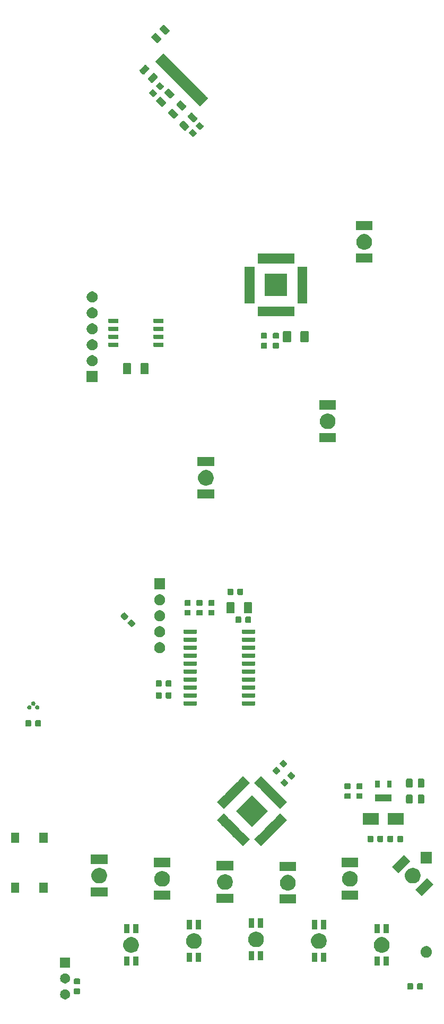
<source format=gbs>
G04 #@! TF.GenerationSoftware,KiCad,Pcbnew,(5.1.5)-3*
G04 #@! TF.CreationDate,2020-02-09T18:17:14-06:00*
G04 #@! TF.ProjectId,tymkrs_Cyphercon_2020_parrot,74796d6b-7273-45f4-9379-70686572636f,V0*
G04 #@! TF.SameCoordinates,Original*
G04 #@! TF.FileFunction,Soldermask,Bot*
G04 #@! TF.FilePolarity,Negative*
%FSLAX46Y46*%
G04 Gerber Fmt 4.6, Leading zero omitted, Abs format (unit mm)*
G04 Created by KiCad (PCBNEW (5.1.5)-3) date 2020-02-09 18:17:14*
%MOMM*%
%LPD*%
G04 APERTURE LIST*
%ADD10C,0.100000*%
G04 APERTURE END LIST*
D10*
G36*
X96749676Y-194187859D02*
G01*
X96892973Y-194247214D01*
X97021938Y-194333386D01*
X97131614Y-194443062D01*
X97217786Y-194572027D01*
X97277141Y-194715324D01*
X97307400Y-194867447D01*
X97307400Y-195022553D01*
X97277141Y-195174676D01*
X97217786Y-195317973D01*
X97131614Y-195446938D01*
X97021938Y-195556614D01*
X96892973Y-195642786D01*
X96749676Y-195702141D01*
X96597553Y-195732400D01*
X96442447Y-195732400D01*
X96290324Y-195702141D01*
X96147027Y-195642786D01*
X96018062Y-195556614D01*
X95908386Y-195446938D01*
X95822214Y-195317973D01*
X95762859Y-195174676D01*
X95732600Y-195022553D01*
X95732600Y-194867447D01*
X95762859Y-194715324D01*
X95822214Y-194572027D01*
X95908386Y-194443062D01*
X96018062Y-194333386D01*
X96147027Y-194247214D01*
X96290324Y-194187859D01*
X96442447Y-194157600D01*
X96597553Y-194157600D01*
X96749676Y-194187859D01*
G37*
G36*
X98789292Y-194003439D02*
G01*
X98820872Y-194013019D01*
X98849978Y-194028577D01*
X98875488Y-194049512D01*
X98896423Y-194075022D01*
X98911981Y-194104128D01*
X98921561Y-194135708D01*
X98925400Y-194174690D01*
X98925400Y-194750310D01*
X98921561Y-194789292D01*
X98911981Y-194820872D01*
X98896423Y-194849978D01*
X98875488Y-194875488D01*
X98849978Y-194896423D01*
X98820872Y-194911981D01*
X98789292Y-194921561D01*
X98750310Y-194925400D01*
X98099690Y-194925400D01*
X98060708Y-194921561D01*
X98029128Y-194911981D01*
X98000022Y-194896423D01*
X97974512Y-194875488D01*
X97953577Y-194849978D01*
X97938019Y-194820872D01*
X97928439Y-194789292D01*
X97924600Y-194750310D01*
X97924600Y-194174690D01*
X97928439Y-194135708D01*
X97938019Y-194104128D01*
X97953577Y-194075022D01*
X97974512Y-194049512D01*
X98000022Y-194028577D01*
X98029128Y-194013019D01*
X98060708Y-194003439D01*
X98099690Y-193999600D01*
X98750310Y-193999600D01*
X98789292Y-194003439D01*
G37*
G36*
X153514292Y-193178439D02*
G01*
X153545872Y-193188019D01*
X153574978Y-193203577D01*
X153600488Y-193224512D01*
X153621423Y-193250022D01*
X153636981Y-193279128D01*
X153646561Y-193310708D01*
X153650400Y-193349690D01*
X153650400Y-194000310D01*
X153646561Y-194039292D01*
X153636981Y-194070872D01*
X153621423Y-194099978D01*
X153600488Y-194125488D01*
X153574978Y-194146423D01*
X153545872Y-194161981D01*
X153514292Y-194171561D01*
X153475310Y-194175400D01*
X152899690Y-194175400D01*
X152860708Y-194171561D01*
X152829128Y-194161981D01*
X152800022Y-194146423D01*
X152774512Y-194125488D01*
X152753577Y-194099978D01*
X152738019Y-194070872D01*
X152728439Y-194039292D01*
X152724600Y-194000310D01*
X152724600Y-193349690D01*
X152728439Y-193310708D01*
X152738019Y-193279128D01*
X152753577Y-193250022D01*
X152774512Y-193224512D01*
X152800022Y-193203577D01*
X152829128Y-193188019D01*
X152860708Y-193178439D01*
X152899690Y-193174600D01*
X153475310Y-193174600D01*
X153514292Y-193178439D01*
G37*
G36*
X151939292Y-193178439D02*
G01*
X151970872Y-193188019D01*
X151999978Y-193203577D01*
X152025488Y-193224512D01*
X152046423Y-193250022D01*
X152061981Y-193279128D01*
X152071561Y-193310708D01*
X152075400Y-193349690D01*
X152075400Y-194000310D01*
X152071561Y-194039292D01*
X152061981Y-194070872D01*
X152046423Y-194099978D01*
X152025488Y-194125488D01*
X151999978Y-194146423D01*
X151970872Y-194161981D01*
X151939292Y-194171561D01*
X151900310Y-194175400D01*
X151324690Y-194175400D01*
X151285708Y-194171561D01*
X151254128Y-194161981D01*
X151225022Y-194146423D01*
X151199512Y-194125488D01*
X151178577Y-194099978D01*
X151163019Y-194070872D01*
X151153439Y-194039292D01*
X151149600Y-194000310D01*
X151149600Y-193349690D01*
X151153439Y-193310708D01*
X151163019Y-193279128D01*
X151178577Y-193250022D01*
X151199512Y-193224512D01*
X151225022Y-193203577D01*
X151254128Y-193188019D01*
X151285708Y-193178439D01*
X151324690Y-193174600D01*
X151900310Y-193174600D01*
X151939292Y-193178439D01*
G37*
G36*
X98789292Y-192428439D02*
G01*
X98820872Y-192438019D01*
X98849978Y-192453577D01*
X98875488Y-192474512D01*
X98896423Y-192500022D01*
X98911981Y-192529128D01*
X98921561Y-192560708D01*
X98925400Y-192599690D01*
X98925400Y-193175310D01*
X98921561Y-193214292D01*
X98911981Y-193245872D01*
X98896423Y-193274978D01*
X98875488Y-193300488D01*
X98849978Y-193321423D01*
X98820872Y-193336981D01*
X98789292Y-193346561D01*
X98750310Y-193350400D01*
X98099690Y-193350400D01*
X98060708Y-193346561D01*
X98029128Y-193336981D01*
X98000022Y-193321423D01*
X97974512Y-193300488D01*
X97953577Y-193274978D01*
X97938019Y-193245872D01*
X97928439Y-193214292D01*
X97924600Y-193175310D01*
X97924600Y-192599690D01*
X97928439Y-192560708D01*
X97938019Y-192529128D01*
X97953577Y-192500022D01*
X97974512Y-192474512D01*
X98000022Y-192453577D01*
X98029128Y-192438019D01*
X98060708Y-192428439D01*
X98099690Y-192424600D01*
X98750310Y-192424600D01*
X98789292Y-192428439D01*
G37*
G36*
X96749676Y-191647859D02*
G01*
X96892973Y-191707214D01*
X97021938Y-191793386D01*
X97131614Y-191903062D01*
X97217786Y-192032027D01*
X97277141Y-192175324D01*
X97307400Y-192327447D01*
X97307400Y-192482553D01*
X97277141Y-192634676D01*
X97217786Y-192777973D01*
X97131614Y-192906938D01*
X97021938Y-193016614D01*
X96892973Y-193102786D01*
X96749676Y-193162141D01*
X96597553Y-193192400D01*
X96442447Y-193192400D01*
X96290324Y-193162141D01*
X96147027Y-193102786D01*
X96018062Y-193016614D01*
X95908386Y-192906938D01*
X95822214Y-192777973D01*
X95762859Y-192634676D01*
X95732600Y-192482553D01*
X95732600Y-192327447D01*
X95762859Y-192175324D01*
X95822214Y-192032027D01*
X95908386Y-191903062D01*
X96018062Y-191793386D01*
X96147027Y-191707214D01*
X96290324Y-191647859D01*
X96442447Y-191617600D01*
X96597553Y-191617600D01*
X96749676Y-191647859D01*
G37*
G36*
X97307400Y-190652400D02*
G01*
X95732600Y-190652400D01*
X95732600Y-189077600D01*
X97307400Y-189077600D01*
X97307400Y-190652400D01*
G37*
G36*
X148216400Y-190396400D02*
G01*
X147365600Y-190396400D01*
X147365600Y-188945600D01*
X148216400Y-188945600D01*
X148216400Y-190396400D01*
G37*
G36*
X146766400Y-190396400D02*
G01*
X145915600Y-190396400D01*
X145915600Y-188945600D01*
X146766400Y-188945600D01*
X146766400Y-190396400D01*
G37*
G36*
X106761400Y-190396400D02*
G01*
X105910600Y-190396400D01*
X105910600Y-188945600D01*
X106761400Y-188945600D01*
X106761400Y-190396400D01*
G37*
G36*
X108211400Y-190396400D02*
G01*
X107360600Y-190396400D01*
X107360600Y-188945600D01*
X108211400Y-188945600D01*
X108211400Y-190396400D01*
G37*
G36*
X118244400Y-189761400D02*
G01*
X117393600Y-189761400D01*
X117393600Y-188310600D01*
X118244400Y-188310600D01*
X118244400Y-189761400D01*
G37*
G36*
X116794400Y-189761400D02*
G01*
X115943600Y-189761400D01*
X115943600Y-188310600D01*
X116794400Y-188310600D01*
X116794400Y-189761400D01*
G37*
G36*
X136733400Y-189761400D02*
G01*
X135882600Y-189761400D01*
X135882600Y-188310600D01*
X136733400Y-188310600D01*
X136733400Y-189761400D01*
G37*
G36*
X138183400Y-189761400D02*
G01*
X137332600Y-189761400D01*
X137332600Y-188310600D01*
X138183400Y-188310600D01*
X138183400Y-189761400D01*
G37*
G36*
X126700400Y-189507400D02*
G01*
X125849600Y-189507400D01*
X125849600Y-188056600D01*
X126700400Y-188056600D01*
X126700400Y-189507400D01*
G37*
G36*
X128150400Y-189507400D02*
G01*
X127299600Y-189507400D01*
X127299600Y-188056600D01*
X128150400Y-188056600D01*
X128150400Y-189507400D01*
G37*
G36*
X154444721Y-187283940D02*
G01*
X154542201Y-187324318D01*
X154611130Y-187352869D01*
X154611131Y-187352870D01*
X154760896Y-187452939D01*
X154888261Y-187580304D01*
X154926787Y-187637963D01*
X154988331Y-187730070D01*
X155016882Y-187798999D01*
X155057260Y-187896479D01*
X155092400Y-188073139D01*
X155092400Y-188253261D01*
X155057260Y-188429921D01*
X155016882Y-188527401D01*
X154988331Y-188596330D01*
X154988330Y-188596331D01*
X154888261Y-188746096D01*
X154760896Y-188873461D01*
X154660826Y-188940325D01*
X154611130Y-188973531D01*
X154542201Y-189002082D01*
X154444721Y-189042460D01*
X154268061Y-189077600D01*
X154087939Y-189077600D01*
X153911279Y-189042460D01*
X153813799Y-189002082D01*
X153744870Y-188973531D01*
X153695174Y-188940325D01*
X153595104Y-188873461D01*
X153467739Y-188746096D01*
X153367670Y-188596331D01*
X153367669Y-188596330D01*
X153339118Y-188527401D01*
X153298740Y-188429921D01*
X153263600Y-188253261D01*
X153263600Y-188073139D01*
X153298740Y-187896479D01*
X153339118Y-187798999D01*
X153367669Y-187730070D01*
X153429213Y-187637963D01*
X153467739Y-187580304D01*
X153595104Y-187452939D01*
X153744869Y-187352870D01*
X153744870Y-187352869D01*
X153813799Y-187324318D01*
X153911279Y-187283940D01*
X154087939Y-187248800D01*
X154268061Y-187248800D01*
X154444721Y-187283940D01*
G37*
G36*
X147430610Y-185869036D02*
G01*
X147658095Y-185963264D01*
X147658097Y-185963265D01*
X147862828Y-186100062D01*
X148036938Y-186274172D01*
X148062805Y-186312884D01*
X148173736Y-186478905D01*
X148267964Y-186706390D01*
X148316000Y-186947884D01*
X148316000Y-187194116D01*
X148267964Y-187435610D01*
X148173736Y-187663095D01*
X148173735Y-187663097D01*
X148036938Y-187867828D01*
X147862828Y-188041938D01*
X147658097Y-188178735D01*
X147658096Y-188178736D01*
X147658095Y-188178736D01*
X147430610Y-188272964D01*
X147189116Y-188321000D01*
X146942884Y-188321000D01*
X146701390Y-188272964D01*
X146473905Y-188178736D01*
X146473904Y-188178736D01*
X146473903Y-188178735D01*
X146269172Y-188041938D01*
X146095062Y-187867828D01*
X145958265Y-187663097D01*
X145958264Y-187663095D01*
X145864036Y-187435610D01*
X145816000Y-187194116D01*
X145816000Y-186947884D01*
X145864036Y-186706390D01*
X145958264Y-186478905D01*
X146069196Y-186312884D01*
X146095062Y-186274172D01*
X146269172Y-186100062D01*
X146473903Y-185963265D01*
X146473905Y-185963264D01*
X146701390Y-185869036D01*
X146942884Y-185821000D01*
X147189116Y-185821000D01*
X147430610Y-185869036D01*
G37*
G36*
X107425610Y-185869036D02*
G01*
X107653095Y-185963264D01*
X107653097Y-185963265D01*
X107857828Y-186100062D01*
X108031938Y-186274172D01*
X108057805Y-186312884D01*
X108168736Y-186478905D01*
X108262964Y-186706390D01*
X108311000Y-186947884D01*
X108311000Y-187194116D01*
X108262964Y-187435610D01*
X108168736Y-187663095D01*
X108168735Y-187663097D01*
X108031938Y-187867828D01*
X107857828Y-188041938D01*
X107653097Y-188178735D01*
X107653096Y-188178736D01*
X107653095Y-188178736D01*
X107425610Y-188272964D01*
X107184116Y-188321000D01*
X106937884Y-188321000D01*
X106696390Y-188272964D01*
X106468905Y-188178736D01*
X106468904Y-188178736D01*
X106468903Y-188178735D01*
X106264172Y-188041938D01*
X106090062Y-187867828D01*
X105953265Y-187663097D01*
X105953264Y-187663095D01*
X105859036Y-187435610D01*
X105811000Y-187194116D01*
X105811000Y-186947884D01*
X105859036Y-186706390D01*
X105953264Y-186478905D01*
X106064196Y-186312884D01*
X106090062Y-186274172D01*
X106264172Y-186100062D01*
X106468903Y-185963265D01*
X106468905Y-185963264D01*
X106696390Y-185869036D01*
X106937884Y-185821000D01*
X107184116Y-185821000D01*
X107425610Y-185869036D01*
G37*
G36*
X137397610Y-185234036D02*
G01*
X137625095Y-185328264D01*
X137625097Y-185328265D01*
X137829828Y-185465062D01*
X138003938Y-185639172D01*
X138125432Y-185821000D01*
X138140736Y-185843905D01*
X138234964Y-186071390D01*
X138283000Y-186312884D01*
X138283000Y-186559116D01*
X138234964Y-186800610D01*
X138173960Y-186947886D01*
X138140735Y-187028097D01*
X138003938Y-187232828D01*
X137829828Y-187406938D01*
X137625097Y-187543735D01*
X137625096Y-187543736D01*
X137625095Y-187543736D01*
X137397610Y-187637964D01*
X137156116Y-187686000D01*
X136909884Y-187686000D01*
X136668390Y-187637964D01*
X136440905Y-187543736D01*
X136440904Y-187543736D01*
X136440903Y-187543735D01*
X136236172Y-187406938D01*
X136062062Y-187232828D01*
X135925265Y-187028097D01*
X135892040Y-186947886D01*
X135831036Y-186800610D01*
X135783000Y-186559116D01*
X135783000Y-186312884D01*
X135831036Y-186071390D01*
X135925264Y-185843905D01*
X135940569Y-185821000D01*
X136062062Y-185639172D01*
X136236172Y-185465062D01*
X136440903Y-185328265D01*
X136440905Y-185328264D01*
X136668390Y-185234036D01*
X136909884Y-185186000D01*
X137156116Y-185186000D01*
X137397610Y-185234036D01*
G37*
G36*
X117458610Y-185234036D02*
G01*
X117686095Y-185328264D01*
X117686097Y-185328265D01*
X117890828Y-185465062D01*
X118064938Y-185639172D01*
X118186432Y-185821000D01*
X118201736Y-185843905D01*
X118295964Y-186071390D01*
X118344000Y-186312884D01*
X118344000Y-186559116D01*
X118295964Y-186800610D01*
X118234960Y-186947886D01*
X118201735Y-187028097D01*
X118064938Y-187232828D01*
X117890828Y-187406938D01*
X117686097Y-187543735D01*
X117686096Y-187543736D01*
X117686095Y-187543736D01*
X117458610Y-187637964D01*
X117217116Y-187686000D01*
X116970884Y-187686000D01*
X116729390Y-187637964D01*
X116501905Y-187543736D01*
X116501904Y-187543736D01*
X116501903Y-187543735D01*
X116297172Y-187406938D01*
X116123062Y-187232828D01*
X115986265Y-187028097D01*
X115953040Y-186947886D01*
X115892036Y-186800610D01*
X115844000Y-186559116D01*
X115844000Y-186312884D01*
X115892036Y-186071390D01*
X115986264Y-185843905D01*
X116001569Y-185821000D01*
X116123062Y-185639172D01*
X116297172Y-185465062D01*
X116501903Y-185328265D01*
X116501905Y-185328264D01*
X116729390Y-185234036D01*
X116970884Y-185186000D01*
X117217116Y-185186000D01*
X117458610Y-185234036D01*
G37*
G36*
X127364610Y-184980036D02*
G01*
X127592095Y-185074264D01*
X127592097Y-185074265D01*
X127759320Y-185186000D01*
X127796828Y-185211062D01*
X127970938Y-185385172D01*
X128107736Y-185589905D01*
X128201964Y-185817390D01*
X128250000Y-186058884D01*
X128250000Y-186305116D01*
X128201964Y-186546610D01*
X128107736Y-186774095D01*
X128107735Y-186774097D01*
X127970938Y-186978828D01*
X127796828Y-187152938D01*
X127592097Y-187289735D01*
X127592096Y-187289736D01*
X127592095Y-187289736D01*
X127364610Y-187383964D01*
X127123116Y-187432000D01*
X126876884Y-187432000D01*
X126635390Y-187383964D01*
X126407905Y-187289736D01*
X126407904Y-187289736D01*
X126407903Y-187289735D01*
X126203172Y-187152938D01*
X126029062Y-186978828D01*
X125892265Y-186774097D01*
X125892264Y-186774095D01*
X125798036Y-186546610D01*
X125750000Y-186305116D01*
X125750000Y-186058884D01*
X125798036Y-185817390D01*
X125892264Y-185589905D01*
X126029062Y-185385172D01*
X126203172Y-185211062D01*
X126240680Y-185186000D01*
X126407903Y-185074265D01*
X126407905Y-185074264D01*
X126635390Y-184980036D01*
X126876884Y-184932000D01*
X127123116Y-184932000D01*
X127364610Y-184980036D01*
G37*
G36*
X106761400Y-185196400D02*
G01*
X105910600Y-185196400D01*
X105910600Y-183745600D01*
X106761400Y-183745600D01*
X106761400Y-185196400D01*
G37*
G36*
X146766400Y-185196400D02*
G01*
X145915600Y-185196400D01*
X145915600Y-183745600D01*
X146766400Y-183745600D01*
X146766400Y-185196400D01*
G37*
G36*
X108211400Y-185196400D02*
G01*
X107360600Y-185196400D01*
X107360600Y-183745600D01*
X108211400Y-183745600D01*
X108211400Y-185196400D01*
G37*
G36*
X148216400Y-185196400D02*
G01*
X147365600Y-185196400D01*
X147365600Y-183745600D01*
X148216400Y-183745600D01*
X148216400Y-185196400D01*
G37*
G36*
X138183400Y-184561400D02*
G01*
X137332600Y-184561400D01*
X137332600Y-183110600D01*
X138183400Y-183110600D01*
X138183400Y-184561400D01*
G37*
G36*
X136733400Y-184561400D02*
G01*
X135882600Y-184561400D01*
X135882600Y-183110600D01*
X136733400Y-183110600D01*
X136733400Y-184561400D01*
G37*
G36*
X118244400Y-184561400D02*
G01*
X117393600Y-184561400D01*
X117393600Y-183110600D01*
X118244400Y-183110600D01*
X118244400Y-184561400D01*
G37*
G36*
X116794400Y-184561400D02*
G01*
X115943600Y-184561400D01*
X115943600Y-183110600D01*
X116794400Y-183110600D01*
X116794400Y-184561400D01*
G37*
G36*
X128150400Y-184307400D02*
G01*
X127299600Y-184307400D01*
X127299600Y-182856600D01*
X128150400Y-182856600D01*
X128150400Y-184307400D01*
G37*
G36*
X126700400Y-184307400D02*
G01*
X125849600Y-184307400D01*
X125849600Y-182856600D01*
X126700400Y-182856600D01*
X126700400Y-184307400D01*
G37*
G36*
X133405400Y-180490400D02*
G01*
X130754600Y-180490400D01*
X130754600Y-179039600D01*
X133405400Y-179039600D01*
X133405400Y-180490400D01*
G37*
G36*
X123372400Y-180363400D02*
G01*
X120721600Y-180363400D01*
X120721600Y-178912600D01*
X123372400Y-178912600D01*
X123372400Y-180363400D01*
G37*
G36*
X113339400Y-179855400D02*
G01*
X110688600Y-179855400D01*
X110688600Y-178404600D01*
X113339400Y-178404600D01*
X113339400Y-179855400D01*
G37*
G36*
X143311400Y-179855400D02*
G01*
X140660600Y-179855400D01*
X140660600Y-178404600D01*
X143311400Y-178404600D01*
X143311400Y-179855400D01*
G37*
G36*
X103306400Y-179347400D02*
G01*
X100655600Y-179347400D01*
X100655600Y-177896600D01*
X103306400Y-177896600D01*
X103306400Y-179347400D01*
G37*
G36*
X155307613Y-177436214D02*
G01*
X153433214Y-179310613D01*
X152407343Y-178284742D01*
X154281742Y-176410343D01*
X155307613Y-177436214D01*
G37*
G36*
X89230400Y-178765400D02*
G01*
X87879600Y-178765400D01*
X87879600Y-177164600D01*
X89230400Y-177164600D01*
X89230400Y-178765400D01*
G37*
G36*
X93730400Y-178765400D02*
G01*
X92379600Y-178765400D01*
X92379600Y-177164600D01*
X93730400Y-177164600D01*
X93730400Y-178765400D01*
G37*
G36*
X132444610Y-175963036D02*
G01*
X132672095Y-176057264D01*
X132672097Y-176057265D01*
X132876828Y-176194062D01*
X133050938Y-176368172D01*
X133102878Y-176445905D01*
X133187736Y-176572905D01*
X133281964Y-176800390D01*
X133330000Y-177041884D01*
X133330000Y-177288116D01*
X133281964Y-177529610D01*
X133187736Y-177757095D01*
X133187735Y-177757097D01*
X133050938Y-177961828D01*
X132876828Y-178135938D01*
X132672097Y-178272735D01*
X132672096Y-178272736D01*
X132672095Y-178272736D01*
X132444610Y-178366964D01*
X132203116Y-178415000D01*
X131956884Y-178415000D01*
X131715390Y-178366964D01*
X131487905Y-178272736D01*
X131487904Y-178272736D01*
X131487903Y-178272735D01*
X131283172Y-178135938D01*
X131109062Y-177961828D01*
X130972265Y-177757097D01*
X130972264Y-177757095D01*
X130878036Y-177529610D01*
X130830000Y-177288116D01*
X130830000Y-177041884D01*
X130878036Y-176800390D01*
X130972264Y-176572905D01*
X131057123Y-176445905D01*
X131109062Y-176368172D01*
X131283172Y-176194062D01*
X131487903Y-176057265D01*
X131487905Y-176057264D01*
X131715390Y-175963036D01*
X131956884Y-175915000D01*
X132203116Y-175915000D01*
X132444610Y-175963036D01*
G37*
G36*
X122411610Y-175836036D02*
G01*
X122639095Y-175930264D01*
X122639097Y-175930265D01*
X122843828Y-176067062D01*
X123017938Y-176241172D01*
X123130975Y-176410343D01*
X123154736Y-176445905D01*
X123248964Y-176673390D01*
X123297000Y-176914884D01*
X123297000Y-177161116D01*
X123248964Y-177402610D01*
X123196358Y-177529611D01*
X123154735Y-177630097D01*
X123017938Y-177834828D01*
X122843828Y-178008938D01*
X122639097Y-178145735D01*
X122639096Y-178145736D01*
X122639095Y-178145736D01*
X122411610Y-178239964D01*
X122170116Y-178288000D01*
X121923884Y-178288000D01*
X121682390Y-178239964D01*
X121454905Y-178145736D01*
X121454904Y-178145736D01*
X121454903Y-178145735D01*
X121250172Y-178008938D01*
X121076062Y-177834828D01*
X120939265Y-177630097D01*
X120897642Y-177529611D01*
X120845036Y-177402610D01*
X120797000Y-177161116D01*
X120797000Y-176914884D01*
X120845036Y-176673390D01*
X120939264Y-176445905D01*
X120963026Y-176410343D01*
X121076062Y-176241172D01*
X121250172Y-176067062D01*
X121454903Y-175930265D01*
X121454905Y-175930264D01*
X121682390Y-175836036D01*
X121923884Y-175788000D01*
X122170116Y-175788000D01*
X122411610Y-175836036D01*
G37*
G36*
X142350610Y-175328036D02*
G01*
X142578095Y-175422264D01*
X142578097Y-175422265D01*
X142782828Y-175559062D01*
X142956938Y-175733172D01*
X143088631Y-175930264D01*
X143093736Y-175937905D01*
X143187964Y-176165390D01*
X143236000Y-176406884D01*
X143236000Y-176653116D01*
X143187964Y-176894610D01*
X143126960Y-177041886D01*
X143093735Y-177122097D01*
X142956938Y-177326828D01*
X142782828Y-177500938D01*
X142578097Y-177637735D01*
X142578096Y-177637736D01*
X142578095Y-177637736D01*
X142350610Y-177731964D01*
X142109116Y-177780000D01*
X141862884Y-177780000D01*
X141621390Y-177731964D01*
X141393905Y-177637736D01*
X141393904Y-177637736D01*
X141393903Y-177637735D01*
X141189172Y-177500938D01*
X141015062Y-177326828D01*
X140878265Y-177122097D01*
X140845040Y-177041886D01*
X140784036Y-176894610D01*
X140736000Y-176653116D01*
X140736000Y-176406884D01*
X140784036Y-176165390D01*
X140878264Y-175937905D01*
X140883370Y-175930264D01*
X141015062Y-175733172D01*
X141189172Y-175559062D01*
X141393903Y-175422265D01*
X141393905Y-175422264D01*
X141621390Y-175328036D01*
X141862884Y-175280000D01*
X142109116Y-175280000D01*
X142350610Y-175328036D01*
G37*
G36*
X112378610Y-175328036D02*
G01*
X112606095Y-175422264D01*
X112606097Y-175422265D01*
X112810828Y-175559062D01*
X112984938Y-175733172D01*
X113116631Y-175930264D01*
X113121736Y-175937905D01*
X113215964Y-176165390D01*
X113264000Y-176406884D01*
X113264000Y-176653116D01*
X113215964Y-176894610D01*
X113154960Y-177041886D01*
X113121735Y-177122097D01*
X112984938Y-177326828D01*
X112810828Y-177500938D01*
X112606097Y-177637735D01*
X112606096Y-177637736D01*
X112606095Y-177637736D01*
X112378610Y-177731964D01*
X112137116Y-177780000D01*
X111890884Y-177780000D01*
X111649390Y-177731964D01*
X111421905Y-177637736D01*
X111421904Y-177637736D01*
X111421903Y-177637735D01*
X111217172Y-177500938D01*
X111043062Y-177326828D01*
X110906265Y-177122097D01*
X110873040Y-177041886D01*
X110812036Y-176894610D01*
X110764000Y-176653116D01*
X110764000Y-176406884D01*
X110812036Y-176165390D01*
X110906264Y-175937905D01*
X110911370Y-175930264D01*
X111043062Y-175733172D01*
X111217172Y-175559062D01*
X111421903Y-175422265D01*
X111421905Y-175422264D01*
X111649390Y-175328036D01*
X111890884Y-175280000D01*
X112137116Y-175280000D01*
X112378610Y-175328036D01*
G37*
G36*
X102345610Y-174820036D02*
G01*
X102573095Y-174914264D01*
X102573097Y-174914265D01*
X102777828Y-175051062D01*
X102951938Y-175225172D01*
X103083631Y-175422264D01*
X103088736Y-175429905D01*
X103182964Y-175657390D01*
X103231000Y-175898884D01*
X103231000Y-176145116D01*
X103182964Y-176386610D01*
X103088736Y-176614095D01*
X103088735Y-176614097D01*
X102951938Y-176818828D01*
X102777828Y-176992938D01*
X102573097Y-177129735D01*
X102573096Y-177129736D01*
X102573095Y-177129736D01*
X102345610Y-177223964D01*
X102104116Y-177272000D01*
X101857884Y-177272000D01*
X101616390Y-177223964D01*
X101388905Y-177129736D01*
X101388904Y-177129736D01*
X101388903Y-177129735D01*
X101184172Y-176992938D01*
X101010062Y-176818828D01*
X100873265Y-176614097D01*
X100873264Y-176614095D01*
X100779036Y-176386610D01*
X100731000Y-176145116D01*
X100731000Y-175898884D01*
X100779036Y-175657390D01*
X100873264Y-175429905D01*
X100878370Y-175422264D01*
X101010062Y-175225172D01*
X101184172Y-175051062D01*
X101388903Y-174914265D01*
X101388905Y-174914264D01*
X101616390Y-174820036D01*
X101857884Y-174772000D01*
X102104116Y-174772000D01*
X102345610Y-174820036D01*
G37*
G36*
X152383610Y-174820036D02*
G01*
X152611095Y-174914264D01*
X152611097Y-174914265D01*
X152815828Y-175051062D01*
X152989938Y-175225172D01*
X153121631Y-175422264D01*
X153126736Y-175429905D01*
X153220964Y-175657390D01*
X153269000Y-175898884D01*
X153269000Y-176145116D01*
X153220964Y-176386610D01*
X153126736Y-176614095D01*
X153126735Y-176614097D01*
X152989938Y-176818828D01*
X152815828Y-176992938D01*
X152611097Y-177129735D01*
X152611096Y-177129736D01*
X152611095Y-177129736D01*
X152383610Y-177223964D01*
X152142116Y-177272000D01*
X151895884Y-177272000D01*
X151654390Y-177223964D01*
X151426905Y-177129736D01*
X151426904Y-177129736D01*
X151426903Y-177129735D01*
X151222172Y-176992938D01*
X151048062Y-176818828D01*
X150911265Y-176614097D01*
X150911264Y-176614095D01*
X150817036Y-176386610D01*
X150769000Y-176145116D01*
X150769000Y-175898884D01*
X150817036Y-175657390D01*
X150911264Y-175429905D01*
X150916370Y-175422264D01*
X151048062Y-175225172D01*
X151222172Y-175051062D01*
X151426903Y-174914265D01*
X151426905Y-174914264D01*
X151654390Y-174820036D01*
X151895884Y-174772000D01*
X152142116Y-174772000D01*
X152383610Y-174820036D01*
G37*
G36*
X151630657Y-173759258D02*
G01*
X149756258Y-175633657D01*
X148730387Y-174607786D01*
X150604786Y-172733387D01*
X151630657Y-173759258D01*
G37*
G36*
X133405400Y-175290400D02*
G01*
X130754600Y-175290400D01*
X130754600Y-173839600D01*
X133405400Y-173839600D01*
X133405400Y-175290400D01*
G37*
G36*
X123372400Y-175163400D02*
G01*
X120721600Y-175163400D01*
X120721600Y-173712600D01*
X123372400Y-173712600D01*
X123372400Y-175163400D01*
G37*
G36*
X143311400Y-174655400D02*
G01*
X140660600Y-174655400D01*
X140660600Y-173204600D01*
X143311400Y-173204600D01*
X143311400Y-174655400D01*
G37*
G36*
X113339400Y-174655400D02*
G01*
X110688600Y-174655400D01*
X110688600Y-173204600D01*
X113339400Y-173204600D01*
X113339400Y-174655400D01*
G37*
G36*
X103306400Y-174147400D02*
G01*
X100655600Y-174147400D01*
X100655600Y-172696600D01*
X103306400Y-172696600D01*
X103306400Y-174147400D01*
G37*
G36*
X155092400Y-174091600D02*
G01*
X153263600Y-174091600D01*
X153263600Y-172262800D01*
X155092400Y-172262800D01*
X155092400Y-174091600D01*
G37*
G36*
X131951709Y-167184569D02*
G01*
X127814569Y-171321709D01*
X126717988Y-170225128D01*
X126966041Y-169977075D01*
X126966042Y-169977076D01*
X127071542Y-169871576D01*
X127071541Y-169871575D01*
X127319594Y-169623522D01*
X127319595Y-169623523D01*
X127425096Y-169518022D01*
X127425095Y-169518021D01*
X127673148Y-169269968D01*
X127673149Y-169269969D01*
X127778649Y-169164469D01*
X127778648Y-169164468D01*
X128026701Y-168916415D01*
X128026702Y-168916416D01*
X128132202Y-168810916D01*
X128132201Y-168810915D01*
X128380254Y-168562862D01*
X128380255Y-168562863D01*
X128485756Y-168457362D01*
X128485755Y-168457361D01*
X128733808Y-168209308D01*
X128733809Y-168209309D01*
X128839309Y-168103809D01*
X128839308Y-168103808D01*
X129087361Y-167855755D01*
X129087362Y-167855756D01*
X129192863Y-167750255D01*
X129192862Y-167750254D01*
X129440915Y-167502201D01*
X129440916Y-167502202D01*
X129546416Y-167396702D01*
X129546415Y-167396701D01*
X129794468Y-167148648D01*
X129794469Y-167148649D01*
X129899969Y-167043149D01*
X129899968Y-167043148D01*
X130148021Y-166795095D01*
X130148022Y-166795096D01*
X130253523Y-166689595D01*
X130253522Y-166689594D01*
X130501575Y-166441541D01*
X130501576Y-166441542D01*
X130607076Y-166336042D01*
X130607075Y-166336041D01*
X130855128Y-166087988D01*
X131951709Y-167184569D01*
G37*
G36*
X122122925Y-166336041D02*
G01*
X122122925Y-166336042D01*
X122228425Y-166441542D01*
X122228425Y-166441541D01*
X122476478Y-166689594D01*
X122476478Y-166689595D01*
X122581979Y-166795096D01*
X122581979Y-166795095D01*
X122830032Y-167043148D01*
X122830032Y-167043149D01*
X122935532Y-167148649D01*
X122935532Y-167148648D01*
X123183585Y-167396701D01*
X123183585Y-167396702D01*
X123289085Y-167502202D01*
X123289085Y-167502201D01*
X123537138Y-167750254D01*
X123537138Y-167750255D01*
X123642639Y-167855756D01*
X123642639Y-167855755D01*
X123890692Y-168103808D01*
X123890692Y-168103809D01*
X123996192Y-168209309D01*
X123996192Y-168209308D01*
X124244245Y-168457361D01*
X124244245Y-168457362D01*
X124349746Y-168562863D01*
X124349746Y-168562862D01*
X124597799Y-168810915D01*
X124597799Y-168810916D01*
X124703299Y-168916416D01*
X124703299Y-168916415D01*
X124951352Y-169164468D01*
X124951352Y-169164469D01*
X125056852Y-169269969D01*
X125056852Y-169269968D01*
X125304905Y-169518021D01*
X125304905Y-169518022D01*
X125410406Y-169623523D01*
X125410406Y-169623522D01*
X125658459Y-169871575D01*
X125658459Y-169871576D01*
X125763959Y-169977076D01*
X125763959Y-169977075D01*
X126012012Y-170225128D01*
X124915431Y-171321709D01*
X124667378Y-171073656D01*
X124667379Y-171073656D01*
X124561879Y-170968156D01*
X124561878Y-170968156D01*
X124313825Y-170720103D01*
X124313826Y-170720103D01*
X124208325Y-170614602D01*
X124208324Y-170614602D01*
X123960271Y-170366549D01*
X123960272Y-170366549D01*
X123854772Y-170261049D01*
X123854771Y-170261049D01*
X123606718Y-170012996D01*
X123606719Y-170012996D01*
X123501219Y-169907496D01*
X123501218Y-169907496D01*
X123253165Y-169659443D01*
X123253166Y-169659443D01*
X123147665Y-169553942D01*
X123147664Y-169553942D01*
X122899611Y-169305889D01*
X122899612Y-169305889D01*
X122794112Y-169200389D01*
X122794111Y-169200389D01*
X122546058Y-168952336D01*
X122546059Y-168952336D01*
X122440558Y-168846835D01*
X122440557Y-168846835D01*
X122192504Y-168598782D01*
X122192505Y-168598782D01*
X122087005Y-168493282D01*
X122087004Y-168493282D01*
X121838951Y-168245229D01*
X121838952Y-168245229D01*
X121733452Y-168139729D01*
X121733451Y-168139729D01*
X121485398Y-167891676D01*
X121485399Y-167891676D01*
X121379898Y-167786175D01*
X121379897Y-167786175D01*
X121131844Y-167538122D01*
X121131845Y-167538122D01*
X121026345Y-167432622D01*
X121026344Y-167432622D01*
X120778291Y-167184569D01*
X121874872Y-166087988D01*
X122122925Y-166336041D01*
G37*
G36*
X93730400Y-170815400D02*
G01*
X92379600Y-170815400D01*
X92379600Y-169214600D01*
X93730400Y-169214600D01*
X93730400Y-170815400D01*
G37*
G36*
X89230400Y-170815400D02*
G01*
X87879600Y-170815400D01*
X87879600Y-169214600D01*
X89230400Y-169214600D01*
X89230400Y-170815400D01*
G37*
G36*
X148764292Y-169683439D02*
G01*
X148795872Y-169693019D01*
X148824978Y-169708577D01*
X148850488Y-169729512D01*
X148871423Y-169755022D01*
X148886981Y-169784128D01*
X148896561Y-169815708D01*
X148900400Y-169854690D01*
X148900400Y-170505310D01*
X148896561Y-170544292D01*
X148886981Y-170575872D01*
X148871423Y-170604978D01*
X148850488Y-170630488D01*
X148824978Y-170651423D01*
X148795872Y-170666981D01*
X148764292Y-170676561D01*
X148725310Y-170680400D01*
X148149690Y-170680400D01*
X148110708Y-170676561D01*
X148079128Y-170666981D01*
X148050022Y-170651423D01*
X148024512Y-170630488D01*
X148003577Y-170604978D01*
X147988019Y-170575872D01*
X147978439Y-170544292D01*
X147974600Y-170505310D01*
X147974600Y-169854690D01*
X147978439Y-169815708D01*
X147988019Y-169784128D01*
X148003577Y-169755022D01*
X148024512Y-169729512D01*
X148050022Y-169708577D01*
X148079128Y-169693019D01*
X148110708Y-169683439D01*
X148149690Y-169679600D01*
X148725310Y-169679600D01*
X148764292Y-169683439D01*
G37*
G36*
X150339292Y-169683439D02*
G01*
X150370872Y-169693019D01*
X150399978Y-169708577D01*
X150425488Y-169729512D01*
X150446423Y-169755022D01*
X150461981Y-169784128D01*
X150471561Y-169815708D01*
X150475400Y-169854690D01*
X150475400Y-170505310D01*
X150471561Y-170544292D01*
X150461981Y-170575872D01*
X150446423Y-170604978D01*
X150425488Y-170630488D01*
X150399978Y-170651423D01*
X150370872Y-170666981D01*
X150339292Y-170676561D01*
X150300310Y-170680400D01*
X149724690Y-170680400D01*
X149685708Y-170676561D01*
X149654128Y-170666981D01*
X149625022Y-170651423D01*
X149599512Y-170630488D01*
X149578577Y-170604978D01*
X149563019Y-170575872D01*
X149553439Y-170544292D01*
X149549600Y-170505310D01*
X149549600Y-169854690D01*
X149553439Y-169815708D01*
X149563019Y-169784128D01*
X149578577Y-169755022D01*
X149599512Y-169729512D01*
X149625022Y-169708577D01*
X149654128Y-169693019D01*
X149685708Y-169683439D01*
X149724690Y-169679600D01*
X150300310Y-169679600D01*
X150339292Y-169683439D01*
G37*
G36*
X145589292Y-169683439D02*
G01*
X145620872Y-169693019D01*
X145649978Y-169708577D01*
X145675488Y-169729512D01*
X145696423Y-169755022D01*
X145711981Y-169784128D01*
X145721561Y-169815708D01*
X145725400Y-169854690D01*
X145725400Y-170505310D01*
X145721561Y-170544292D01*
X145711981Y-170575872D01*
X145696423Y-170604978D01*
X145675488Y-170630488D01*
X145649978Y-170651423D01*
X145620872Y-170666981D01*
X145589292Y-170676561D01*
X145550310Y-170680400D01*
X144974690Y-170680400D01*
X144935708Y-170676561D01*
X144904128Y-170666981D01*
X144875022Y-170651423D01*
X144849512Y-170630488D01*
X144828577Y-170604978D01*
X144813019Y-170575872D01*
X144803439Y-170544292D01*
X144799600Y-170505310D01*
X144799600Y-169854690D01*
X144803439Y-169815708D01*
X144813019Y-169784128D01*
X144828577Y-169755022D01*
X144849512Y-169729512D01*
X144875022Y-169708577D01*
X144904128Y-169693019D01*
X144935708Y-169683439D01*
X144974690Y-169679600D01*
X145550310Y-169679600D01*
X145589292Y-169683439D01*
G37*
G36*
X147164292Y-169683439D02*
G01*
X147195872Y-169693019D01*
X147224978Y-169708577D01*
X147250488Y-169729512D01*
X147271423Y-169755022D01*
X147286981Y-169784128D01*
X147296561Y-169815708D01*
X147300400Y-169854690D01*
X147300400Y-170505310D01*
X147296561Y-170544292D01*
X147286981Y-170575872D01*
X147271423Y-170604978D01*
X147250488Y-170630488D01*
X147224978Y-170651423D01*
X147195872Y-170666981D01*
X147164292Y-170676561D01*
X147125310Y-170680400D01*
X146549690Y-170680400D01*
X146510708Y-170676561D01*
X146479128Y-170666981D01*
X146450022Y-170651423D01*
X146424512Y-170630488D01*
X146403577Y-170604978D01*
X146388019Y-170575872D01*
X146378439Y-170544292D01*
X146374600Y-170505310D01*
X146374600Y-169854690D01*
X146378439Y-169815708D01*
X146388019Y-169784128D01*
X146403577Y-169755022D01*
X146424512Y-169729512D01*
X146450022Y-169708577D01*
X146479128Y-169693019D01*
X146510708Y-169683439D01*
X146549690Y-169679600D01*
X147125310Y-169679600D01*
X147164292Y-169683439D01*
G37*
G36*
X128875795Y-165735000D02*
G01*
X126365000Y-168245795D01*
X123854205Y-165735000D01*
X126365000Y-163224205D01*
X128875795Y-165735000D01*
G37*
G36*
X150595400Y-167930400D02*
G01*
X148044600Y-167930400D01*
X148044600Y-166079600D01*
X150595400Y-166079600D01*
X150595400Y-167930400D01*
G37*
G36*
X146595400Y-167930400D02*
G01*
X144044600Y-167930400D01*
X144044600Y-166079600D01*
X146595400Y-166079600D01*
X146595400Y-167930400D01*
G37*
G36*
X128062622Y-160396344D02*
G01*
X128062622Y-160396345D01*
X128168122Y-160501845D01*
X128168122Y-160501844D01*
X128416175Y-160749897D01*
X128416175Y-160749898D01*
X128521676Y-160855399D01*
X128521676Y-160855398D01*
X128769729Y-161103451D01*
X128769729Y-161103452D01*
X128875229Y-161208952D01*
X128875229Y-161208951D01*
X129123282Y-161457004D01*
X129123282Y-161457005D01*
X129228782Y-161562505D01*
X129228782Y-161562504D01*
X129476835Y-161810557D01*
X129476835Y-161810558D01*
X129582336Y-161916059D01*
X129582336Y-161916058D01*
X129830389Y-162164111D01*
X129830389Y-162164112D01*
X129935889Y-162269612D01*
X129935889Y-162269611D01*
X130183942Y-162517664D01*
X130183942Y-162517665D01*
X130289443Y-162623166D01*
X130289443Y-162623165D01*
X130537496Y-162871218D01*
X130537496Y-162871219D01*
X130642996Y-162976719D01*
X130642996Y-162976718D01*
X130891049Y-163224771D01*
X130891049Y-163224772D01*
X130996549Y-163330272D01*
X130996549Y-163330271D01*
X131244602Y-163578324D01*
X131244602Y-163578325D01*
X131350103Y-163683826D01*
X131350103Y-163683825D01*
X131598156Y-163931878D01*
X131598156Y-163931879D01*
X131703656Y-164037379D01*
X131703656Y-164037378D01*
X131951709Y-164285431D01*
X130855128Y-165382012D01*
X130607075Y-165133959D01*
X130607076Y-165133959D01*
X130501576Y-165028459D01*
X130501575Y-165028459D01*
X130253522Y-164780406D01*
X130253523Y-164780406D01*
X130148022Y-164674905D01*
X130148021Y-164674905D01*
X129899968Y-164426852D01*
X129899969Y-164426852D01*
X129794469Y-164321352D01*
X129794468Y-164321352D01*
X129546415Y-164073299D01*
X129546416Y-164073299D01*
X129440916Y-163967799D01*
X129440915Y-163967799D01*
X129192862Y-163719746D01*
X129192863Y-163719746D01*
X129087362Y-163614245D01*
X129087361Y-163614245D01*
X128839308Y-163366192D01*
X128839309Y-163366192D01*
X128733809Y-163260692D01*
X128733808Y-163260692D01*
X128485755Y-163012639D01*
X128485756Y-163012639D01*
X128380255Y-162907138D01*
X128380254Y-162907138D01*
X128132201Y-162659085D01*
X128132202Y-162659085D01*
X128026702Y-162553585D01*
X128026701Y-162553585D01*
X127778648Y-162305532D01*
X127778649Y-162305532D01*
X127673149Y-162200032D01*
X127673148Y-162200032D01*
X127425095Y-161951979D01*
X127425096Y-161951979D01*
X127319595Y-161846478D01*
X127319594Y-161846478D01*
X127071541Y-161598425D01*
X127071542Y-161598425D01*
X126966042Y-161492925D01*
X126966041Y-161492925D01*
X126717988Y-161244872D01*
X127814569Y-160148291D01*
X128062622Y-160396344D01*
G37*
G36*
X126012012Y-161244872D02*
G01*
X121874872Y-165382012D01*
X120778291Y-164285431D01*
X121026344Y-164037378D01*
X121026345Y-164037379D01*
X121131845Y-163931879D01*
X121131844Y-163931878D01*
X121379897Y-163683825D01*
X121379898Y-163683826D01*
X121485399Y-163578325D01*
X121485398Y-163578324D01*
X121733451Y-163330271D01*
X121733452Y-163330272D01*
X121838952Y-163224772D01*
X121838951Y-163224771D01*
X122087004Y-162976718D01*
X122087005Y-162976719D01*
X122192505Y-162871219D01*
X122192504Y-162871218D01*
X122440557Y-162623165D01*
X122440558Y-162623166D01*
X122546059Y-162517665D01*
X122546058Y-162517664D01*
X122794111Y-162269611D01*
X122794112Y-162269612D01*
X122899612Y-162164112D01*
X122899611Y-162164111D01*
X123147664Y-161916058D01*
X123147665Y-161916059D01*
X123253166Y-161810558D01*
X123253165Y-161810557D01*
X123501218Y-161562504D01*
X123501219Y-161562505D01*
X123606719Y-161457005D01*
X123606718Y-161457004D01*
X123854771Y-161208951D01*
X123854772Y-161208952D01*
X123960272Y-161103452D01*
X123960271Y-161103451D01*
X124208324Y-160855398D01*
X124208325Y-160855399D01*
X124313826Y-160749898D01*
X124313825Y-160749897D01*
X124561878Y-160501844D01*
X124561879Y-160501845D01*
X124667379Y-160396345D01*
X124667378Y-160396344D01*
X124915431Y-160148291D01*
X126012012Y-161244872D01*
G37*
G36*
X153694171Y-163108920D02*
G01*
X153730438Y-163119922D01*
X153763868Y-163137790D01*
X153793166Y-163161834D01*
X153817210Y-163191132D01*
X153835078Y-163224562D01*
X153846080Y-163260829D01*
X153850400Y-163304691D01*
X153850400Y-164355309D01*
X153846080Y-164399171D01*
X153835078Y-164435438D01*
X153817210Y-164468868D01*
X153793166Y-164498166D01*
X153763868Y-164522210D01*
X153730438Y-164540078D01*
X153694171Y-164551080D01*
X153650309Y-164555400D01*
X153024691Y-164555400D01*
X152980829Y-164551080D01*
X152944562Y-164540078D01*
X152911132Y-164522210D01*
X152881834Y-164498166D01*
X152857790Y-164468868D01*
X152839922Y-164435438D01*
X152828920Y-164399171D01*
X152824600Y-164355309D01*
X152824600Y-163304691D01*
X152828920Y-163260829D01*
X152839922Y-163224562D01*
X152857790Y-163191132D01*
X152881834Y-163161834D01*
X152911132Y-163137790D01*
X152944562Y-163119922D01*
X152980829Y-163108920D01*
X153024691Y-163104600D01*
X153650309Y-163104600D01*
X153694171Y-163108920D01*
G37*
G36*
X151819171Y-163108920D02*
G01*
X151855438Y-163119922D01*
X151888868Y-163137790D01*
X151918166Y-163161834D01*
X151942210Y-163191132D01*
X151960078Y-163224562D01*
X151971080Y-163260829D01*
X151975400Y-163304691D01*
X151975400Y-164355309D01*
X151971080Y-164399171D01*
X151960078Y-164435438D01*
X151942210Y-164468868D01*
X151918166Y-164498166D01*
X151888868Y-164522210D01*
X151855438Y-164540078D01*
X151819171Y-164551080D01*
X151775309Y-164555400D01*
X151149691Y-164555400D01*
X151105829Y-164551080D01*
X151069562Y-164540078D01*
X151036132Y-164522210D01*
X151006834Y-164498166D01*
X150982790Y-164468868D01*
X150964922Y-164435438D01*
X150953920Y-164399171D01*
X150949600Y-164355309D01*
X150949600Y-163304691D01*
X150953920Y-163260829D01*
X150964922Y-163224562D01*
X150982790Y-163191132D01*
X151006834Y-163161834D01*
X151036132Y-163137790D01*
X151069562Y-163119922D01*
X151105829Y-163108920D01*
X151149691Y-163104600D01*
X151775309Y-163104600D01*
X151819171Y-163108920D01*
G37*
G36*
X148620400Y-164215400D02*
G01*
X146019600Y-164215400D01*
X146019600Y-163104600D01*
X148620400Y-163104600D01*
X148620400Y-164215400D01*
G37*
G36*
X143874292Y-162888439D02*
G01*
X143905872Y-162898019D01*
X143934978Y-162913577D01*
X143960488Y-162934512D01*
X143981423Y-162960022D01*
X143996981Y-162989128D01*
X144006561Y-163020708D01*
X144010400Y-163059690D01*
X144010400Y-163635310D01*
X144006561Y-163674292D01*
X143996981Y-163705872D01*
X143981423Y-163734978D01*
X143960488Y-163760488D01*
X143934978Y-163781423D01*
X143905872Y-163796981D01*
X143874292Y-163806561D01*
X143835310Y-163810400D01*
X143184690Y-163810400D01*
X143145708Y-163806561D01*
X143114128Y-163796981D01*
X143085022Y-163781423D01*
X143059512Y-163760488D01*
X143038577Y-163734978D01*
X143023019Y-163705872D01*
X143013439Y-163674292D01*
X143009600Y-163635310D01*
X143009600Y-163059690D01*
X143013439Y-163020708D01*
X143023019Y-162989128D01*
X143038577Y-162960022D01*
X143059512Y-162934512D01*
X143085022Y-162913577D01*
X143114128Y-162898019D01*
X143145708Y-162888439D01*
X143184690Y-162884600D01*
X143835310Y-162884600D01*
X143874292Y-162888439D01*
G37*
G36*
X141969292Y-162888439D02*
G01*
X142000872Y-162898019D01*
X142029978Y-162913577D01*
X142055488Y-162934512D01*
X142076423Y-162960022D01*
X142091981Y-162989128D01*
X142101561Y-163020708D01*
X142105400Y-163059690D01*
X142105400Y-163635310D01*
X142101561Y-163674292D01*
X142091981Y-163705872D01*
X142076423Y-163734978D01*
X142055488Y-163760488D01*
X142029978Y-163781423D01*
X142000872Y-163796981D01*
X141969292Y-163806561D01*
X141930310Y-163810400D01*
X141279690Y-163810400D01*
X141240708Y-163806561D01*
X141209128Y-163796981D01*
X141180022Y-163781423D01*
X141154512Y-163760488D01*
X141133577Y-163734978D01*
X141118019Y-163705872D01*
X141108439Y-163674292D01*
X141104600Y-163635310D01*
X141104600Y-163059690D01*
X141108439Y-163020708D01*
X141118019Y-162989128D01*
X141133577Y-162960022D01*
X141154512Y-162934512D01*
X141180022Y-162913577D01*
X141209128Y-162898019D01*
X141240708Y-162888439D01*
X141279690Y-162884600D01*
X141930310Y-162884600D01*
X141969292Y-162888439D01*
G37*
G36*
X141969292Y-161313439D02*
G01*
X142000872Y-161323019D01*
X142029978Y-161338577D01*
X142055488Y-161359512D01*
X142076423Y-161385022D01*
X142091981Y-161414128D01*
X142101561Y-161445708D01*
X142105400Y-161484690D01*
X142105400Y-162060310D01*
X142101561Y-162099292D01*
X142091981Y-162130872D01*
X142076423Y-162159978D01*
X142055488Y-162185488D01*
X142029978Y-162206423D01*
X142000872Y-162221981D01*
X141969292Y-162231561D01*
X141930310Y-162235400D01*
X141279690Y-162235400D01*
X141240708Y-162231561D01*
X141209128Y-162221981D01*
X141180022Y-162206423D01*
X141154512Y-162185488D01*
X141133577Y-162159978D01*
X141118019Y-162130872D01*
X141108439Y-162099292D01*
X141104600Y-162060310D01*
X141104600Y-161484690D01*
X141108439Y-161445708D01*
X141118019Y-161414128D01*
X141133577Y-161385022D01*
X141154512Y-161359512D01*
X141180022Y-161338577D01*
X141209128Y-161323019D01*
X141240708Y-161313439D01*
X141279690Y-161309600D01*
X141930310Y-161309600D01*
X141969292Y-161313439D01*
G37*
G36*
X143874292Y-161313439D02*
G01*
X143905872Y-161323019D01*
X143934978Y-161338577D01*
X143960488Y-161359512D01*
X143981423Y-161385022D01*
X143996981Y-161414128D01*
X144006561Y-161445708D01*
X144010400Y-161484690D01*
X144010400Y-162060310D01*
X144006561Y-162099292D01*
X143996981Y-162130872D01*
X143981423Y-162159978D01*
X143960488Y-162185488D01*
X143934978Y-162206423D01*
X143905872Y-162221981D01*
X143874292Y-162231561D01*
X143835310Y-162235400D01*
X143184690Y-162235400D01*
X143145708Y-162231561D01*
X143114128Y-162221981D01*
X143085022Y-162206423D01*
X143059512Y-162185488D01*
X143038577Y-162159978D01*
X143023019Y-162130872D01*
X143013439Y-162099292D01*
X143009600Y-162060310D01*
X143009600Y-161484690D01*
X143013439Y-161445708D01*
X143023019Y-161414128D01*
X143038577Y-161385022D01*
X143059512Y-161359512D01*
X143085022Y-161338577D01*
X143114128Y-161323019D01*
X143145708Y-161313439D01*
X143184690Y-161309600D01*
X143835310Y-161309600D01*
X143874292Y-161313439D01*
G37*
G36*
X146720400Y-162015400D02*
G01*
X146019600Y-162015400D01*
X146019600Y-160904600D01*
X146720400Y-160904600D01*
X146720400Y-162015400D01*
G37*
G36*
X148620400Y-162015400D02*
G01*
X147919600Y-162015400D01*
X147919600Y-160904600D01*
X148620400Y-160904600D01*
X148620400Y-162015400D01*
G37*
G36*
X151819171Y-160568920D02*
G01*
X151855438Y-160579922D01*
X151888868Y-160597790D01*
X151918166Y-160621834D01*
X151942210Y-160651132D01*
X151960078Y-160684562D01*
X151971080Y-160720829D01*
X151975400Y-160764691D01*
X151975400Y-161815309D01*
X151971080Y-161859171D01*
X151960078Y-161895438D01*
X151942210Y-161928868D01*
X151918166Y-161958166D01*
X151888868Y-161982210D01*
X151855438Y-162000078D01*
X151819171Y-162011080D01*
X151775309Y-162015400D01*
X151149691Y-162015400D01*
X151105829Y-162011080D01*
X151069562Y-162000078D01*
X151036132Y-161982210D01*
X151006834Y-161958166D01*
X150982790Y-161928868D01*
X150964922Y-161895438D01*
X150953920Y-161859171D01*
X150949600Y-161815309D01*
X150949600Y-160764691D01*
X150953920Y-160720829D01*
X150964922Y-160684562D01*
X150982790Y-160651132D01*
X151006834Y-160621834D01*
X151036132Y-160597790D01*
X151069562Y-160579922D01*
X151105829Y-160568920D01*
X151149691Y-160564600D01*
X151775309Y-160564600D01*
X151819171Y-160568920D01*
G37*
G36*
X153694171Y-160568920D02*
G01*
X153730438Y-160579922D01*
X153763868Y-160597790D01*
X153793166Y-160621834D01*
X153817210Y-160651132D01*
X153835078Y-160684562D01*
X153846080Y-160720829D01*
X153850400Y-160764691D01*
X153850400Y-161815309D01*
X153846080Y-161859171D01*
X153835078Y-161895438D01*
X153817210Y-161928868D01*
X153793166Y-161958166D01*
X153763868Y-161982210D01*
X153730438Y-162000078D01*
X153694171Y-162011080D01*
X153650309Y-162015400D01*
X153024691Y-162015400D01*
X152980829Y-162011080D01*
X152944562Y-162000078D01*
X152911132Y-161982210D01*
X152881834Y-161958166D01*
X152857790Y-161928868D01*
X152839922Y-161895438D01*
X152828920Y-161859171D01*
X152824600Y-161815309D01*
X152824600Y-160764691D01*
X152828920Y-160720829D01*
X152839922Y-160684562D01*
X152857790Y-160651132D01*
X152881834Y-160621834D01*
X152911132Y-160597790D01*
X152944562Y-160579922D01*
X152980829Y-160568920D01*
X153024691Y-160564600D01*
X153650309Y-160564600D01*
X153694171Y-160568920D01*
G37*
G36*
X131529478Y-160604511D02*
G01*
X131561058Y-160614091D01*
X131590164Y-160629649D01*
X131620438Y-160654494D01*
X131660290Y-160694346D01*
X131660296Y-160694351D01*
X132040649Y-161074704D01*
X132040654Y-161074710D01*
X132080506Y-161114562D01*
X132105351Y-161144836D01*
X132120909Y-161173942D01*
X132130489Y-161205522D01*
X132133723Y-161238364D01*
X132130489Y-161271206D01*
X132120909Y-161302786D01*
X132105351Y-161331892D01*
X132080506Y-161362166D01*
X132040654Y-161402018D01*
X132040649Y-161402024D01*
X131713330Y-161729343D01*
X131713324Y-161729348D01*
X131673472Y-161769200D01*
X131643198Y-161794045D01*
X131614092Y-161809603D01*
X131582512Y-161819183D01*
X131549670Y-161822417D01*
X131516828Y-161819183D01*
X131485248Y-161809603D01*
X131456142Y-161794045D01*
X131425868Y-161769200D01*
X131386016Y-161729348D01*
X131386010Y-161729343D01*
X131005657Y-161348990D01*
X131005652Y-161348984D01*
X130965800Y-161309132D01*
X130940955Y-161278858D01*
X130925397Y-161249752D01*
X130915817Y-161218172D01*
X130912583Y-161185330D01*
X130915817Y-161152488D01*
X130925397Y-161120908D01*
X130940955Y-161091802D01*
X130965800Y-161061528D01*
X131005652Y-161021676D01*
X131005657Y-161021670D01*
X131332976Y-160694351D01*
X131332982Y-160694346D01*
X131372834Y-160654494D01*
X131403108Y-160629649D01*
X131432214Y-160614091D01*
X131463794Y-160604511D01*
X131496636Y-160601277D01*
X131529478Y-160604511D01*
G37*
G36*
X132643172Y-159490817D02*
G01*
X132674752Y-159500397D01*
X132703858Y-159515955D01*
X132734132Y-159540800D01*
X132773984Y-159580652D01*
X132773990Y-159580657D01*
X133154343Y-159961010D01*
X133154348Y-159961016D01*
X133194200Y-160000868D01*
X133219045Y-160031142D01*
X133234603Y-160060248D01*
X133244183Y-160091828D01*
X133247417Y-160124670D01*
X133244183Y-160157512D01*
X133234603Y-160189092D01*
X133219045Y-160218198D01*
X133194200Y-160248472D01*
X133154348Y-160288324D01*
X133154343Y-160288330D01*
X132827024Y-160615649D01*
X132827018Y-160615654D01*
X132787166Y-160655506D01*
X132756892Y-160680351D01*
X132727786Y-160695909D01*
X132696206Y-160705489D01*
X132663364Y-160708723D01*
X132630522Y-160705489D01*
X132598942Y-160695909D01*
X132569836Y-160680351D01*
X132539562Y-160655506D01*
X132499710Y-160615654D01*
X132499704Y-160615649D01*
X132119351Y-160235296D01*
X132119346Y-160235290D01*
X132079494Y-160195438D01*
X132054649Y-160165164D01*
X132039091Y-160136058D01*
X132029511Y-160104478D01*
X132026277Y-160071636D01*
X132029511Y-160038794D01*
X132039091Y-160007214D01*
X132054649Y-159978108D01*
X132079494Y-159947834D01*
X132119346Y-159907982D01*
X132119351Y-159907976D01*
X132446670Y-159580657D01*
X132446676Y-159580652D01*
X132486528Y-159540800D01*
X132516802Y-159515955D01*
X132545908Y-159500397D01*
X132577488Y-159490817D01*
X132610330Y-159487583D01*
X132643172Y-159490817D01*
G37*
G36*
X130259478Y-158699511D02*
G01*
X130291058Y-158709091D01*
X130320164Y-158724649D01*
X130350438Y-158749494D01*
X130390290Y-158789346D01*
X130390296Y-158789351D01*
X130770649Y-159169704D01*
X130770654Y-159169710D01*
X130810506Y-159209562D01*
X130835351Y-159239836D01*
X130850909Y-159268942D01*
X130860489Y-159300522D01*
X130863723Y-159333364D01*
X130860489Y-159366206D01*
X130850909Y-159397786D01*
X130835351Y-159426892D01*
X130810506Y-159457166D01*
X130770654Y-159497018D01*
X130770649Y-159497024D01*
X130443330Y-159824343D01*
X130443324Y-159824348D01*
X130403472Y-159864200D01*
X130373198Y-159889045D01*
X130344092Y-159904603D01*
X130312512Y-159914183D01*
X130279670Y-159917417D01*
X130246828Y-159914183D01*
X130215248Y-159904603D01*
X130186142Y-159889045D01*
X130155868Y-159864200D01*
X130116016Y-159824348D01*
X130116010Y-159824343D01*
X129735657Y-159443990D01*
X129735652Y-159443984D01*
X129695800Y-159404132D01*
X129670955Y-159373858D01*
X129655397Y-159344752D01*
X129645817Y-159313172D01*
X129642583Y-159280330D01*
X129645817Y-159247488D01*
X129655397Y-159215908D01*
X129670955Y-159186802D01*
X129695800Y-159156528D01*
X129735652Y-159116676D01*
X129735657Y-159116670D01*
X130062976Y-158789351D01*
X130062982Y-158789346D01*
X130102834Y-158749494D01*
X130133108Y-158724649D01*
X130162214Y-158709091D01*
X130193794Y-158699511D01*
X130226636Y-158696277D01*
X130259478Y-158699511D01*
G37*
G36*
X131373172Y-157585817D02*
G01*
X131404752Y-157595397D01*
X131433858Y-157610955D01*
X131464132Y-157635800D01*
X131503984Y-157675652D01*
X131503990Y-157675657D01*
X131884343Y-158056010D01*
X131884348Y-158056016D01*
X131924200Y-158095868D01*
X131949045Y-158126142D01*
X131964603Y-158155248D01*
X131974183Y-158186828D01*
X131977417Y-158219670D01*
X131974183Y-158252512D01*
X131964603Y-158284092D01*
X131949045Y-158313198D01*
X131924200Y-158343472D01*
X131884348Y-158383324D01*
X131884343Y-158383330D01*
X131557024Y-158710649D01*
X131557018Y-158710654D01*
X131517166Y-158750506D01*
X131486892Y-158775351D01*
X131457786Y-158790909D01*
X131426206Y-158800489D01*
X131393364Y-158803723D01*
X131360522Y-158800489D01*
X131328942Y-158790909D01*
X131299836Y-158775351D01*
X131269562Y-158750506D01*
X131229710Y-158710654D01*
X131229704Y-158710649D01*
X130849351Y-158330296D01*
X130849346Y-158330290D01*
X130809494Y-158290438D01*
X130784649Y-158260164D01*
X130769091Y-158231058D01*
X130759511Y-158199478D01*
X130756277Y-158166636D01*
X130759511Y-158133794D01*
X130769091Y-158102214D01*
X130784649Y-158073108D01*
X130809494Y-158042834D01*
X130849346Y-158002982D01*
X130849351Y-158002976D01*
X131176670Y-157675657D01*
X131176676Y-157675652D01*
X131216528Y-157635800D01*
X131246802Y-157610955D01*
X131275908Y-157595397D01*
X131307488Y-157585817D01*
X131340330Y-157582583D01*
X131373172Y-157585817D01*
G37*
G36*
X92554293Y-151268439D02*
G01*
X92585873Y-151278019D01*
X92614979Y-151293577D01*
X92640489Y-151314512D01*
X92661424Y-151340022D01*
X92676982Y-151369128D01*
X92686562Y-151400708D01*
X92690401Y-151439690D01*
X92690401Y-152090310D01*
X92686562Y-152129292D01*
X92676982Y-152160872D01*
X92661424Y-152189978D01*
X92640489Y-152215488D01*
X92614979Y-152236423D01*
X92585873Y-152251981D01*
X92554293Y-152261561D01*
X92515311Y-152265400D01*
X91939691Y-152265400D01*
X91900709Y-152261561D01*
X91869129Y-152251981D01*
X91840023Y-152236423D01*
X91814513Y-152215488D01*
X91793578Y-152189978D01*
X91778020Y-152160872D01*
X91768440Y-152129292D01*
X91764601Y-152090310D01*
X91764601Y-151439690D01*
X91768440Y-151400708D01*
X91778020Y-151369128D01*
X91793578Y-151340022D01*
X91814513Y-151314512D01*
X91840023Y-151293577D01*
X91869129Y-151278019D01*
X91900709Y-151268439D01*
X91939691Y-151264600D01*
X92515311Y-151264600D01*
X92554293Y-151268439D01*
G37*
G36*
X90979293Y-151268439D02*
G01*
X91010873Y-151278019D01*
X91039979Y-151293577D01*
X91065489Y-151314512D01*
X91086424Y-151340022D01*
X91101982Y-151369128D01*
X91111562Y-151400708D01*
X91115401Y-151439690D01*
X91115401Y-152090310D01*
X91111562Y-152129292D01*
X91101982Y-152160872D01*
X91086424Y-152189978D01*
X91065489Y-152215488D01*
X91039979Y-152236423D01*
X91010873Y-152251981D01*
X90979293Y-152261561D01*
X90940311Y-152265400D01*
X90364691Y-152265400D01*
X90325709Y-152261561D01*
X90294129Y-152251981D01*
X90265023Y-152236423D01*
X90239513Y-152215488D01*
X90218578Y-152189978D01*
X90203020Y-152160872D01*
X90193440Y-152129292D01*
X90189601Y-152090310D01*
X90189601Y-151439690D01*
X90193440Y-151400708D01*
X90203020Y-151369128D01*
X90218578Y-151340022D01*
X90239513Y-151314512D01*
X90265023Y-151293577D01*
X90294129Y-151278019D01*
X90325709Y-151268439D01*
X90364691Y-151264600D01*
X90940311Y-151264600D01*
X90979293Y-151268439D01*
G37*
G36*
X91540020Y-148260277D02*
G01*
X91592439Y-148281990D01*
X91602424Y-148286126D01*
X91658586Y-148323652D01*
X91706348Y-148371414D01*
X91743874Y-148427576D01*
X91743875Y-148427578D01*
X91769723Y-148489980D01*
X91782900Y-148556226D01*
X91782900Y-148623774D01*
X91769723Y-148690019D01*
X91740068Y-148761613D01*
X91732955Y-148785062D01*
X91730553Y-148809448D01*
X91732955Y-148833834D01*
X91740068Y-148857283D01*
X91751619Y-148878894D01*
X91767164Y-148897836D01*
X91786106Y-148913381D01*
X91807717Y-148924932D01*
X91831166Y-148932045D01*
X91855552Y-148934447D01*
X91879938Y-148932045D01*
X91903387Y-148924932D01*
X91974981Y-148895277D01*
X92041226Y-148882100D01*
X92108774Y-148882100D01*
X92175020Y-148895277D01*
X92234037Y-148919723D01*
X92237424Y-148921126D01*
X92293586Y-148958652D01*
X92341348Y-149006414D01*
X92357066Y-149029938D01*
X92378875Y-149062578D01*
X92404723Y-149124980D01*
X92417900Y-149191226D01*
X92417900Y-149258774D01*
X92404723Y-149325020D01*
X92378875Y-149387422D01*
X92378874Y-149387424D01*
X92341348Y-149443586D01*
X92293586Y-149491348D01*
X92237424Y-149528874D01*
X92237423Y-149528875D01*
X92237422Y-149528875D01*
X92175020Y-149554723D01*
X92108774Y-149567900D01*
X92041226Y-149567900D01*
X91974980Y-149554723D01*
X91912578Y-149528875D01*
X91912577Y-149528875D01*
X91912576Y-149528874D01*
X91856414Y-149491348D01*
X91808652Y-149443586D01*
X91771126Y-149387424D01*
X91771125Y-149387422D01*
X91745277Y-149325020D01*
X91732100Y-149258774D01*
X91732100Y-149191226D01*
X91745277Y-149124981D01*
X91774932Y-149053387D01*
X91782045Y-149029938D01*
X91784447Y-149005552D01*
X91782045Y-148981166D01*
X91774932Y-148957717D01*
X91763381Y-148936106D01*
X91747836Y-148917164D01*
X91728894Y-148901619D01*
X91707283Y-148890068D01*
X91683834Y-148882955D01*
X91659448Y-148880553D01*
X91635062Y-148882955D01*
X91611613Y-148890068D01*
X91540019Y-148919723D01*
X91473774Y-148932900D01*
X91406226Y-148932900D01*
X91339981Y-148919723D01*
X91268387Y-148890068D01*
X91244938Y-148882955D01*
X91220552Y-148880553D01*
X91196166Y-148882955D01*
X91172717Y-148890068D01*
X91151106Y-148901619D01*
X91132164Y-148917164D01*
X91116619Y-148936106D01*
X91105068Y-148957717D01*
X91097955Y-148981166D01*
X91095553Y-149005552D01*
X91097955Y-149029938D01*
X91105068Y-149053387D01*
X91134723Y-149124981D01*
X91147900Y-149191226D01*
X91147900Y-149258774D01*
X91134723Y-149325020D01*
X91108875Y-149387422D01*
X91108874Y-149387424D01*
X91071348Y-149443586D01*
X91023586Y-149491348D01*
X90967424Y-149528874D01*
X90967423Y-149528875D01*
X90967422Y-149528875D01*
X90905020Y-149554723D01*
X90838774Y-149567900D01*
X90771226Y-149567900D01*
X90704980Y-149554723D01*
X90642578Y-149528875D01*
X90642577Y-149528875D01*
X90642576Y-149528874D01*
X90586414Y-149491348D01*
X90538652Y-149443586D01*
X90501126Y-149387424D01*
X90501125Y-149387422D01*
X90475277Y-149325020D01*
X90462100Y-149258774D01*
X90462100Y-149191226D01*
X90475277Y-149124980D01*
X90501125Y-149062578D01*
X90522934Y-149029938D01*
X90538652Y-149006414D01*
X90586414Y-148958652D01*
X90642576Y-148921126D01*
X90645963Y-148919723D01*
X90704980Y-148895277D01*
X90771226Y-148882100D01*
X90838774Y-148882100D01*
X90905019Y-148895277D01*
X90976613Y-148924932D01*
X91000062Y-148932045D01*
X91024448Y-148934447D01*
X91048834Y-148932045D01*
X91072283Y-148924932D01*
X91093894Y-148913381D01*
X91112836Y-148897836D01*
X91128381Y-148878894D01*
X91139932Y-148857283D01*
X91147045Y-148833834D01*
X91149447Y-148809448D01*
X91147045Y-148785062D01*
X91139932Y-148761613D01*
X91110277Y-148690019D01*
X91097100Y-148623774D01*
X91097100Y-148556226D01*
X91110277Y-148489980D01*
X91136125Y-148427578D01*
X91136126Y-148427576D01*
X91173652Y-148371414D01*
X91221414Y-148323652D01*
X91277576Y-148286126D01*
X91287561Y-148281990D01*
X91339980Y-148260277D01*
X91406226Y-148247100D01*
X91473774Y-148247100D01*
X91540020Y-148260277D01*
G37*
G36*
X117477628Y-148267118D02*
G01*
X117496314Y-148272786D01*
X117513533Y-148281990D01*
X117528625Y-148294375D01*
X117541010Y-148309467D01*
X117550214Y-148326686D01*
X117555882Y-148345372D01*
X117558400Y-148370940D01*
X117558400Y-148809060D01*
X117555882Y-148834628D01*
X117550214Y-148853314D01*
X117541010Y-148870533D01*
X117528625Y-148885625D01*
X117513533Y-148898010D01*
X117496314Y-148907214D01*
X117477628Y-148912882D01*
X117452060Y-148915400D01*
X115563940Y-148915400D01*
X115538372Y-148912882D01*
X115519686Y-148907214D01*
X115502467Y-148898010D01*
X115487375Y-148885625D01*
X115474990Y-148870533D01*
X115465786Y-148853314D01*
X115460118Y-148834628D01*
X115457600Y-148809060D01*
X115457600Y-148370940D01*
X115460118Y-148345372D01*
X115465786Y-148326686D01*
X115474990Y-148309467D01*
X115487375Y-148294375D01*
X115502467Y-148281990D01*
X115519686Y-148272786D01*
X115538372Y-148267118D01*
X115563940Y-148264600D01*
X117452060Y-148264600D01*
X117477628Y-148267118D01*
G37*
G36*
X126777628Y-148267118D02*
G01*
X126796314Y-148272786D01*
X126813533Y-148281990D01*
X126828625Y-148294375D01*
X126841010Y-148309467D01*
X126850214Y-148326686D01*
X126855882Y-148345372D01*
X126858400Y-148370940D01*
X126858400Y-148809060D01*
X126855882Y-148834628D01*
X126850214Y-148853314D01*
X126841010Y-148870533D01*
X126828625Y-148885625D01*
X126813533Y-148898010D01*
X126796314Y-148907214D01*
X126777628Y-148912882D01*
X126752060Y-148915400D01*
X124863940Y-148915400D01*
X124838372Y-148912882D01*
X124819686Y-148907214D01*
X124802467Y-148898010D01*
X124787375Y-148885625D01*
X124774990Y-148870533D01*
X124765786Y-148853314D01*
X124760118Y-148834628D01*
X124757600Y-148809060D01*
X124757600Y-148370940D01*
X124760118Y-148345372D01*
X124765786Y-148326686D01*
X124774990Y-148309467D01*
X124787375Y-148294375D01*
X124802467Y-148281990D01*
X124819686Y-148272786D01*
X124838372Y-148267118D01*
X124863940Y-148264600D01*
X126752060Y-148264600D01*
X126777628Y-148267118D01*
G37*
G36*
X111807292Y-146823439D02*
G01*
X111838872Y-146833019D01*
X111867978Y-146848577D01*
X111893488Y-146869512D01*
X111914423Y-146895022D01*
X111929981Y-146924128D01*
X111939561Y-146955708D01*
X111943400Y-146994690D01*
X111943400Y-147645310D01*
X111939561Y-147684292D01*
X111929981Y-147715872D01*
X111914423Y-147744978D01*
X111893488Y-147770488D01*
X111867978Y-147791423D01*
X111838872Y-147806981D01*
X111807292Y-147816561D01*
X111768310Y-147820400D01*
X111192690Y-147820400D01*
X111153708Y-147816561D01*
X111122128Y-147806981D01*
X111093022Y-147791423D01*
X111067512Y-147770488D01*
X111046577Y-147744978D01*
X111031019Y-147715872D01*
X111021439Y-147684292D01*
X111017600Y-147645310D01*
X111017600Y-146994690D01*
X111021439Y-146955708D01*
X111031019Y-146924128D01*
X111046577Y-146895022D01*
X111067512Y-146869512D01*
X111093022Y-146848577D01*
X111122128Y-146833019D01*
X111153708Y-146823439D01*
X111192690Y-146819600D01*
X111768310Y-146819600D01*
X111807292Y-146823439D01*
G37*
G36*
X113382292Y-146823439D02*
G01*
X113413872Y-146833019D01*
X113442978Y-146848577D01*
X113468488Y-146869512D01*
X113489423Y-146895022D01*
X113504981Y-146924128D01*
X113514561Y-146955708D01*
X113518400Y-146994690D01*
X113518400Y-147645310D01*
X113514561Y-147684292D01*
X113504981Y-147715872D01*
X113489423Y-147744978D01*
X113468488Y-147770488D01*
X113442978Y-147791423D01*
X113413872Y-147806981D01*
X113382292Y-147816561D01*
X113343310Y-147820400D01*
X112767690Y-147820400D01*
X112728708Y-147816561D01*
X112697128Y-147806981D01*
X112668022Y-147791423D01*
X112642512Y-147770488D01*
X112621577Y-147744978D01*
X112606019Y-147715872D01*
X112596439Y-147684292D01*
X112592600Y-147645310D01*
X112592600Y-146994690D01*
X112596439Y-146955708D01*
X112606019Y-146924128D01*
X112621577Y-146895022D01*
X112642512Y-146869512D01*
X112668022Y-146848577D01*
X112697128Y-146833019D01*
X112728708Y-146823439D01*
X112767690Y-146819600D01*
X113343310Y-146819600D01*
X113382292Y-146823439D01*
G37*
G36*
X117477628Y-146997118D02*
G01*
X117496314Y-147002786D01*
X117513533Y-147011990D01*
X117528625Y-147024375D01*
X117541010Y-147039467D01*
X117550214Y-147056686D01*
X117555882Y-147075372D01*
X117558400Y-147100940D01*
X117558400Y-147539060D01*
X117555882Y-147564628D01*
X117550214Y-147583314D01*
X117541010Y-147600533D01*
X117528625Y-147615625D01*
X117513533Y-147628010D01*
X117496314Y-147637214D01*
X117477628Y-147642882D01*
X117452060Y-147645400D01*
X115563940Y-147645400D01*
X115538372Y-147642882D01*
X115519686Y-147637214D01*
X115502467Y-147628010D01*
X115487375Y-147615625D01*
X115474990Y-147600533D01*
X115465786Y-147583314D01*
X115460118Y-147564628D01*
X115457600Y-147539060D01*
X115457600Y-147100940D01*
X115460118Y-147075372D01*
X115465786Y-147056686D01*
X115474990Y-147039467D01*
X115487375Y-147024375D01*
X115502467Y-147011990D01*
X115519686Y-147002786D01*
X115538372Y-146997118D01*
X115563940Y-146994600D01*
X117452060Y-146994600D01*
X117477628Y-146997118D01*
G37*
G36*
X126777628Y-146997118D02*
G01*
X126796314Y-147002786D01*
X126813533Y-147011990D01*
X126828625Y-147024375D01*
X126841010Y-147039467D01*
X126850214Y-147056686D01*
X126855882Y-147075372D01*
X126858400Y-147100940D01*
X126858400Y-147539060D01*
X126855882Y-147564628D01*
X126850214Y-147583314D01*
X126841010Y-147600533D01*
X126828625Y-147615625D01*
X126813533Y-147628010D01*
X126796314Y-147637214D01*
X126777628Y-147642882D01*
X126752060Y-147645400D01*
X124863940Y-147645400D01*
X124838372Y-147642882D01*
X124819686Y-147637214D01*
X124802467Y-147628010D01*
X124787375Y-147615625D01*
X124774990Y-147600533D01*
X124765786Y-147583314D01*
X124760118Y-147564628D01*
X124757600Y-147539060D01*
X124757600Y-147100940D01*
X124760118Y-147075372D01*
X124765786Y-147056686D01*
X124774990Y-147039467D01*
X124787375Y-147024375D01*
X124802467Y-147011990D01*
X124819686Y-147002786D01*
X124838372Y-146997118D01*
X124863940Y-146994600D01*
X126752060Y-146994600D01*
X126777628Y-146997118D01*
G37*
G36*
X126777628Y-145727118D02*
G01*
X126796314Y-145732786D01*
X126813533Y-145741990D01*
X126828625Y-145754375D01*
X126841010Y-145769467D01*
X126850214Y-145786686D01*
X126855882Y-145805372D01*
X126858400Y-145830940D01*
X126858400Y-146269060D01*
X126855882Y-146294628D01*
X126850214Y-146313314D01*
X126841010Y-146330533D01*
X126828625Y-146345625D01*
X126813533Y-146358010D01*
X126796314Y-146367214D01*
X126777628Y-146372882D01*
X126752060Y-146375400D01*
X124863940Y-146375400D01*
X124838372Y-146372882D01*
X124819686Y-146367214D01*
X124802467Y-146358010D01*
X124787375Y-146345625D01*
X124774990Y-146330533D01*
X124765786Y-146313314D01*
X124760118Y-146294628D01*
X124757600Y-146269060D01*
X124757600Y-145830940D01*
X124760118Y-145805372D01*
X124765786Y-145786686D01*
X124774990Y-145769467D01*
X124787375Y-145754375D01*
X124802467Y-145741990D01*
X124819686Y-145732786D01*
X124838372Y-145727118D01*
X124863940Y-145724600D01*
X126752060Y-145724600D01*
X126777628Y-145727118D01*
G37*
G36*
X117477628Y-145727118D02*
G01*
X117496314Y-145732786D01*
X117513533Y-145741990D01*
X117528625Y-145754375D01*
X117541010Y-145769467D01*
X117550214Y-145786686D01*
X117555882Y-145805372D01*
X117558400Y-145830940D01*
X117558400Y-146269060D01*
X117555882Y-146294628D01*
X117550214Y-146313314D01*
X117541010Y-146330533D01*
X117528625Y-146345625D01*
X117513533Y-146358010D01*
X117496314Y-146367214D01*
X117477628Y-146372882D01*
X117452060Y-146375400D01*
X115563940Y-146375400D01*
X115538372Y-146372882D01*
X115519686Y-146367214D01*
X115502467Y-146358010D01*
X115487375Y-146345625D01*
X115474990Y-146330533D01*
X115465786Y-146313314D01*
X115460118Y-146294628D01*
X115457600Y-146269060D01*
X115457600Y-145830940D01*
X115460118Y-145805372D01*
X115465786Y-145786686D01*
X115474990Y-145769467D01*
X115487375Y-145754375D01*
X115502467Y-145741990D01*
X115519686Y-145732786D01*
X115538372Y-145727118D01*
X115563940Y-145724600D01*
X117452060Y-145724600D01*
X117477628Y-145727118D01*
G37*
G36*
X113382292Y-144918439D02*
G01*
X113413872Y-144928019D01*
X113442978Y-144943577D01*
X113468488Y-144964512D01*
X113489423Y-144990022D01*
X113504981Y-145019128D01*
X113514561Y-145050708D01*
X113518400Y-145089690D01*
X113518400Y-145740310D01*
X113514561Y-145779292D01*
X113504981Y-145810872D01*
X113489423Y-145839978D01*
X113468488Y-145865488D01*
X113442978Y-145886423D01*
X113413872Y-145901981D01*
X113382292Y-145911561D01*
X113343310Y-145915400D01*
X112767690Y-145915400D01*
X112728708Y-145911561D01*
X112697128Y-145901981D01*
X112668022Y-145886423D01*
X112642512Y-145865488D01*
X112621577Y-145839978D01*
X112606019Y-145810872D01*
X112596439Y-145779292D01*
X112592600Y-145740310D01*
X112592600Y-145089690D01*
X112596439Y-145050708D01*
X112606019Y-145019128D01*
X112621577Y-144990022D01*
X112642512Y-144964512D01*
X112668022Y-144943577D01*
X112697128Y-144928019D01*
X112728708Y-144918439D01*
X112767690Y-144914600D01*
X113343310Y-144914600D01*
X113382292Y-144918439D01*
G37*
G36*
X111807292Y-144918439D02*
G01*
X111838872Y-144928019D01*
X111867978Y-144943577D01*
X111893488Y-144964512D01*
X111914423Y-144990022D01*
X111929981Y-145019128D01*
X111939561Y-145050708D01*
X111943400Y-145089690D01*
X111943400Y-145740310D01*
X111939561Y-145779292D01*
X111929981Y-145810872D01*
X111914423Y-145839978D01*
X111893488Y-145865488D01*
X111867978Y-145886423D01*
X111838872Y-145901981D01*
X111807292Y-145911561D01*
X111768310Y-145915400D01*
X111192690Y-145915400D01*
X111153708Y-145911561D01*
X111122128Y-145901981D01*
X111093022Y-145886423D01*
X111067512Y-145865488D01*
X111046577Y-145839978D01*
X111031019Y-145810872D01*
X111021439Y-145779292D01*
X111017600Y-145740310D01*
X111017600Y-145089690D01*
X111021439Y-145050708D01*
X111031019Y-145019128D01*
X111046577Y-144990022D01*
X111067512Y-144964512D01*
X111093022Y-144943577D01*
X111122128Y-144928019D01*
X111153708Y-144918439D01*
X111192690Y-144914600D01*
X111768310Y-144914600D01*
X111807292Y-144918439D01*
G37*
G36*
X126777628Y-144457118D02*
G01*
X126796314Y-144462786D01*
X126813533Y-144471990D01*
X126828625Y-144484375D01*
X126841010Y-144499467D01*
X126850214Y-144516686D01*
X126855882Y-144535372D01*
X126858400Y-144560940D01*
X126858400Y-144999060D01*
X126855882Y-145024628D01*
X126850214Y-145043314D01*
X126841010Y-145060533D01*
X126828625Y-145075625D01*
X126813533Y-145088010D01*
X126796314Y-145097214D01*
X126777628Y-145102882D01*
X126752060Y-145105400D01*
X124863940Y-145105400D01*
X124838372Y-145102882D01*
X124819686Y-145097214D01*
X124802467Y-145088010D01*
X124787375Y-145075625D01*
X124774990Y-145060533D01*
X124765786Y-145043314D01*
X124760118Y-145024628D01*
X124757600Y-144999060D01*
X124757600Y-144560940D01*
X124760118Y-144535372D01*
X124765786Y-144516686D01*
X124774990Y-144499467D01*
X124787375Y-144484375D01*
X124802467Y-144471990D01*
X124819686Y-144462786D01*
X124838372Y-144457118D01*
X124863940Y-144454600D01*
X126752060Y-144454600D01*
X126777628Y-144457118D01*
G37*
G36*
X117477628Y-144457118D02*
G01*
X117496314Y-144462786D01*
X117513533Y-144471990D01*
X117528625Y-144484375D01*
X117541010Y-144499467D01*
X117550214Y-144516686D01*
X117555882Y-144535372D01*
X117558400Y-144560940D01*
X117558400Y-144999060D01*
X117555882Y-145024628D01*
X117550214Y-145043314D01*
X117541010Y-145060533D01*
X117528625Y-145075625D01*
X117513533Y-145088010D01*
X117496314Y-145097214D01*
X117477628Y-145102882D01*
X117452060Y-145105400D01*
X115563940Y-145105400D01*
X115538372Y-145102882D01*
X115519686Y-145097214D01*
X115502467Y-145088010D01*
X115487375Y-145075625D01*
X115474990Y-145060533D01*
X115465786Y-145043314D01*
X115460118Y-145024628D01*
X115457600Y-144999060D01*
X115457600Y-144560940D01*
X115460118Y-144535372D01*
X115465786Y-144516686D01*
X115474990Y-144499467D01*
X115487375Y-144484375D01*
X115502467Y-144471990D01*
X115519686Y-144462786D01*
X115538372Y-144457118D01*
X115563940Y-144454600D01*
X117452060Y-144454600D01*
X117477628Y-144457118D01*
G37*
G36*
X126777628Y-143187118D02*
G01*
X126796314Y-143192786D01*
X126813533Y-143201990D01*
X126828625Y-143214375D01*
X126841010Y-143229467D01*
X126850214Y-143246686D01*
X126855882Y-143265372D01*
X126858400Y-143290940D01*
X126858400Y-143729060D01*
X126855882Y-143754628D01*
X126850214Y-143773314D01*
X126841010Y-143790533D01*
X126828625Y-143805625D01*
X126813533Y-143818010D01*
X126796314Y-143827214D01*
X126777628Y-143832882D01*
X126752060Y-143835400D01*
X124863940Y-143835400D01*
X124838372Y-143832882D01*
X124819686Y-143827214D01*
X124802467Y-143818010D01*
X124787375Y-143805625D01*
X124774990Y-143790533D01*
X124765786Y-143773314D01*
X124760118Y-143754628D01*
X124757600Y-143729060D01*
X124757600Y-143290940D01*
X124760118Y-143265372D01*
X124765786Y-143246686D01*
X124774990Y-143229467D01*
X124787375Y-143214375D01*
X124802467Y-143201990D01*
X124819686Y-143192786D01*
X124838372Y-143187118D01*
X124863940Y-143184600D01*
X126752060Y-143184600D01*
X126777628Y-143187118D01*
G37*
G36*
X117477628Y-143187118D02*
G01*
X117496314Y-143192786D01*
X117513533Y-143201990D01*
X117528625Y-143214375D01*
X117541010Y-143229467D01*
X117550214Y-143246686D01*
X117555882Y-143265372D01*
X117558400Y-143290940D01*
X117558400Y-143729060D01*
X117555882Y-143754628D01*
X117550214Y-143773314D01*
X117541010Y-143790533D01*
X117528625Y-143805625D01*
X117513533Y-143818010D01*
X117496314Y-143827214D01*
X117477628Y-143832882D01*
X117452060Y-143835400D01*
X115563940Y-143835400D01*
X115538372Y-143832882D01*
X115519686Y-143827214D01*
X115502467Y-143818010D01*
X115487375Y-143805625D01*
X115474990Y-143790533D01*
X115465786Y-143773314D01*
X115460118Y-143754628D01*
X115457600Y-143729060D01*
X115457600Y-143290940D01*
X115460118Y-143265372D01*
X115465786Y-143246686D01*
X115474990Y-143229467D01*
X115487375Y-143214375D01*
X115502467Y-143201990D01*
X115519686Y-143192786D01*
X115538372Y-143187118D01*
X115563940Y-143184600D01*
X117452060Y-143184600D01*
X117477628Y-143187118D01*
G37*
G36*
X126777628Y-141917118D02*
G01*
X126796314Y-141922786D01*
X126813533Y-141931990D01*
X126828625Y-141944375D01*
X126841010Y-141959467D01*
X126850214Y-141976686D01*
X126855882Y-141995372D01*
X126858400Y-142020940D01*
X126858400Y-142459060D01*
X126855882Y-142484628D01*
X126850214Y-142503314D01*
X126841010Y-142520533D01*
X126828625Y-142535625D01*
X126813533Y-142548010D01*
X126796314Y-142557214D01*
X126777628Y-142562882D01*
X126752060Y-142565400D01*
X124863940Y-142565400D01*
X124838372Y-142562882D01*
X124819686Y-142557214D01*
X124802467Y-142548010D01*
X124787375Y-142535625D01*
X124774990Y-142520533D01*
X124765786Y-142503314D01*
X124760118Y-142484628D01*
X124757600Y-142459060D01*
X124757600Y-142020940D01*
X124760118Y-141995372D01*
X124765786Y-141976686D01*
X124774990Y-141959467D01*
X124787375Y-141944375D01*
X124802467Y-141931990D01*
X124819686Y-141922786D01*
X124838372Y-141917118D01*
X124863940Y-141914600D01*
X126752060Y-141914600D01*
X126777628Y-141917118D01*
G37*
G36*
X117477628Y-141917118D02*
G01*
X117496314Y-141922786D01*
X117513533Y-141931990D01*
X117528625Y-141944375D01*
X117541010Y-141959467D01*
X117550214Y-141976686D01*
X117555882Y-141995372D01*
X117558400Y-142020940D01*
X117558400Y-142459060D01*
X117555882Y-142484628D01*
X117550214Y-142503314D01*
X117541010Y-142520533D01*
X117528625Y-142535625D01*
X117513533Y-142548010D01*
X117496314Y-142557214D01*
X117477628Y-142562882D01*
X117452060Y-142565400D01*
X115563940Y-142565400D01*
X115538372Y-142562882D01*
X115519686Y-142557214D01*
X115502467Y-142548010D01*
X115487375Y-142535625D01*
X115474990Y-142520533D01*
X115465786Y-142503314D01*
X115460118Y-142484628D01*
X115457600Y-142459060D01*
X115457600Y-142020940D01*
X115460118Y-141995372D01*
X115465786Y-141976686D01*
X115474990Y-141959467D01*
X115487375Y-141944375D01*
X115502467Y-141931990D01*
X115519686Y-141922786D01*
X115538372Y-141917118D01*
X115563940Y-141914600D01*
X117452060Y-141914600D01*
X117477628Y-141917118D01*
G37*
G36*
X126777628Y-140647118D02*
G01*
X126796314Y-140652786D01*
X126813533Y-140661990D01*
X126828625Y-140674375D01*
X126841010Y-140689467D01*
X126850214Y-140706686D01*
X126855882Y-140725372D01*
X126858400Y-140750940D01*
X126858400Y-141189060D01*
X126855882Y-141214628D01*
X126850214Y-141233314D01*
X126841010Y-141250533D01*
X126828625Y-141265625D01*
X126813533Y-141278010D01*
X126796314Y-141287214D01*
X126777628Y-141292882D01*
X126752060Y-141295400D01*
X124863940Y-141295400D01*
X124838372Y-141292882D01*
X124819686Y-141287214D01*
X124802467Y-141278010D01*
X124787375Y-141265625D01*
X124774990Y-141250533D01*
X124765786Y-141233314D01*
X124760118Y-141214628D01*
X124757600Y-141189060D01*
X124757600Y-140750940D01*
X124760118Y-140725372D01*
X124765786Y-140706686D01*
X124774990Y-140689467D01*
X124787375Y-140674375D01*
X124802467Y-140661990D01*
X124819686Y-140652786D01*
X124838372Y-140647118D01*
X124863940Y-140644600D01*
X126752060Y-140644600D01*
X126777628Y-140647118D01*
G37*
G36*
X117477628Y-140647118D02*
G01*
X117496314Y-140652786D01*
X117513533Y-140661990D01*
X117528625Y-140674375D01*
X117541010Y-140689467D01*
X117550214Y-140706686D01*
X117555882Y-140725372D01*
X117558400Y-140750940D01*
X117558400Y-141189060D01*
X117555882Y-141214628D01*
X117550214Y-141233314D01*
X117541010Y-141250533D01*
X117528625Y-141265625D01*
X117513533Y-141278010D01*
X117496314Y-141287214D01*
X117477628Y-141292882D01*
X117452060Y-141295400D01*
X115563940Y-141295400D01*
X115538372Y-141292882D01*
X115519686Y-141287214D01*
X115502467Y-141278010D01*
X115487375Y-141265625D01*
X115474990Y-141250533D01*
X115465786Y-141233314D01*
X115460118Y-141214628D01*
X115457600Y-141189060D01*
X115457600Y-140750940D01*
X115460118Y-140725372D01*
X115465786Y-140706686D01*
X115474990Y-140689467D01*
X115487375Y-140674375D01*
X115502467Y-140661990D01*
X115519686Y-140652786D01*
X115538372Y-140647118D01*
X115563940Y-140644600D01*
X117452060Y-140644600D01*
X117477628Y-140647118D01*
G37*
G36*
X111888345Y-138858240D02*
G01*
X112047656Y-138924229D01*
X112047658Y-138924230D01*
X112191035Y-139020032D01*
X112312968Y-139141965D01*
X112408771Y-139285344D01*
X112474760Y-139444655D01*
X112508400Y-139613779D01*
X112508400Y-139786221D01*
X112474760Y-139955345D01*
X112446785Y-140022882D01*
X112408770Y-140114658D01*
X112312968Y-140258035D01*
X112191035Y-140379968D01*
X112047658Y-140475770D01*
X112047657Y-140475771D01*
X112047656Y-140475771D01*
X111888345Y-140541760D01*
X111719221Y-140575400D01*
X111546779Y-140575400D01*
X111377655Y-140541760D01*
X111218344Y-140475771D01*
X111218343Y-140475771D01*
X111218342Y-140475770D01*
X111074965Y-140379968D01*
X110953032Y-140258035D01*
X110857230Y-140114658D01*
X110819215Y-140022882D01*
X110791240Y-139955345D01*
X110757600Y-139786221D01*
X110757600Y-139613779D01*
X110791240Y-139444655D01*
X110857229Y-139285344D01*
X110953032Y-139141965D01*
X111074965Y-139020032D01*
X111218342Y-138924230D01*
X111218344Y-138924229D01*
X111377655Y-138858240D01*
X111546779Y-138824600D01*
X111719221Y-138824600D01*
X111888345Y-138858240D01*
G37*
G36*
X126777628Y-139377118D02*
G01*
X126796314Y-139382786D01*
X126813533Y-139391990D01*
X126828625Y-139404375D01*
X126841010Y-139419467D01*
X126850214Y-139436686D01*
X126855882Y-139455372D01*
X126858400Y-139480940D01*
X126858400Y-139919060D01*
X126855882Y-139944628D01*
X126850214Y-139963314D01*
X126841010Y-139980533D01*
X126828625Y-139995625D01*
X126813533Y-140008010D01*
X126796314Y-140017214D01*
X126777628Y-140022882D01*
X126752060Y-140025400D01*
X124863940Y-140025400D01*
X124838372Y-140022882D01*
X124819686Y-140017214D01*
X124802467Y-140008010D01*
X124787375Y-139995625D01*
X124774990Y-139980533D01*
X124765786Y-139963314D01*
X124760118Y-139944628D01*
X124757600Y-139919060D01*
X124757600Y-139480940D01*
X124760118Y-139455372D01*
X124765786Y-139436686D01*
X124774990Y-139419467D01*
X124787375Y-139404375D01*
X124802467Y-139391990D01*
X124819686Y-139382786D01*
X124838372Y-139377118D01*
X124863940Y-139374600D01*
X126752060Y-139374600D01*
X126777628Y-139377118D01*
G37*
G36*
X117477628Y-139377118D02*
G01*
X117496314Y-139382786D01*
X117513533Y-139391990D01*
X117528625Y-139404375D01*
X117541010Y-139419467D01*
X117550214Y-139436686D01*
X117555882Y-139455372D01*
X117558400Y-139480940D01*
X117558400Y-139919060D01*
X117555882Y-139944628D01*
X117550214Y-139963314D01*
X117541010Y-139980533D01*
X117528625Y-139995625D01*
X117513533Y-140008010D01*
X117496314Y-140017214D01*
X117477628Y-140022882D01*
X117452060Y-140025400D01*
X115563940Y-140025400D01*
X115538372Y-140022882D01*
X115519686Y-140017214D01*
X115502467Y-140008010D01*
X115487375Y-139995625D01*
X115474990Y-139980533D01*
X115465786Y-139963314D01*
X115460118Y-139944628D01*
X115457600Y-139919060D01*
X115457600Y-139480940D01*
X115460118Y-139455372D01*
X115465786Y-139436686D01*
X115474990Y-139419467D01*
X115487375Y-139404375D01*
X115502467Y-139391990D01*
X115519686Y-139382786D01*
X115538372Y-139377118D01*
X115563940Y-139374600D01*
X117452060Y-139374600D01*
X117477628Y-139377118D01*
G37*
G36*
X117477628Y-138107118D02*
G01*
X117496314Y-138112786D01*
X117513533Y-138121990D01*
X117528625Y-138134375D01*
X117541010Y-138149467D01*
X117550214Y-138166686D01*
X117555882Y-138185372D01*
X117558400Y-138210940D01*
X117558400Y-138649060D01*
X117555882Y-138674628D01*
X117550214Y-138693314D01*
X117541010Y-138710533D01*
X117528625Y-138725625D01*
X117513533Y-138738010D01*
X117496314Y-138747214D01*
X117477628Y-138752882D01*
X117452060Y-138755400D01*
X115563940Y-138755400D01*
X115538372Y-138752882D01*
X115519686Y-138747214D01*
X115502467Y-138738010D01*
X115487375Y-138725625D01*
X115474990Y-138710533D01*
X115465786Y-138693314D01*
X115460118Y-138674628D01*
X115457600Y-138649060D01*
X115457600Y-138210940D01*
X115460118Y-138185372D01*
X115465786Y-138166686D01*
X115474990Y-138149467D01*
X115487375Y-138134375D01*
X115502467Y-138121990D01*
X115519686Y-138112786D01*
X115538372Y-138107118D01*
X115563940Y-138104600D01*
X117452060Y-138104600D01*
X117477628Y-138107118D01*
G37*
G36*
X126777628Y-138107118D02*
G01*
X126796314Y-138112786D01*
X126813533Y-138121990D01*
X126828625Y-138134375D01*
X126841010Y-138149467D01*
X126850214Y-138166686D01*
X126855882Y-138185372D01*
X126858400Y-138210940D01*
X126858400Y-138649060D01*
X126855882Y-138674628D01*
X126850214Y-138693314D01*
X126841010Y-138710533D01*
X126828625Y-138725625D01*
X126813533Y-138738010D01*
X126796314Y-138747214D01*
X126777628Y-138752882D01*
X126752060Y-138755400D01*
X124863940Y-138755400D01*
X124838372Y-138752882D01*
X124819686Y-138747214D01*
X124802467Y-138738010D01*
X124787375Y-138725625D01*
X124774990Y-138710533D01*
X124765786Y-138693314D01*
X124760118Y-138674628D01*
X124757600Y-138649060D01*
X124757600Y-138210940D01*
X124760118Y-138185372D01*
X124765786Y-138166686D01*
X124774990Y-138149467D01*
X124787375Y-138134375D01*
X124802467Y-138121990D01*
X124819686Y-138112786D01*
X124838372Y-138107118D01*
X124863940Y-138104600D01*
X126752060Y-138104600D01*
X126777628Y-138107118D01*
G37*
G36*
X111888345Y-136318240D02*
G01*
X112036275Y-136379515D01*
X112047658Y-136384230D01*
X112191035Y-136480032D01*
X112312968Y-136601965D01*
X112408771Y-136745344D01*
X112474760Y-136904655D01*
X112508400Y-137073779D01*
X112508400Y-137246221D01*
X112474760Y-137415345D01*
X112446785Y-137482882D01*
X112408770Y-137574658D01*
X112312968Y-137718035D01*
X112191035Y-137839968D01*
X112047658Y-137935770D01*
X112047657Y-137935771D01*
X112047656Y-137935771D01*
X111888345Y-138001760D01*
X111719221Y-138035400D01*
X111546779Y-138035400D01*
X111377655Y-138001760D01*
X111218344Y-137935771D01*
X111218343Y-137935771D01*
X111218342Y-137935770D01*
X111074965Y-137839968D01*
X110953032Y-137718035D01*
X110857230Y-137574658D01*
X110819215Y-137482882D01*
X110791240Y-137415345D01*
X110757600Y-137246221D01*
X110757600Y-137073779D01*
X110791240Y-136904655D01*
X110857229Y-136745344D01*
X110953032Y-136601965D01*
X111074965Y-136480032D01*
X111218342Y-136384230D01*
X111229725Y-136379515D01*
X111377655Y-136318240D01*
X111546779Y-136284600D01*
X111719221Y-136284600D01*
X111888345Y-136318240D01*
G37*
G36*
X117477628Y-136837118D02*
G01*
X117496314Y-136842786D01*
X117513533Y-136851990D01*
X117528625Y-136864375D01*
X117541010Y-136879467D01*
X117550214Y-136896686D01*
X117555882Y-136915372D01*
X117558400Y-136940940D01*
X117558400Y-137379060D01*
X117555882Y-137404628D01*
X117550214Y-137423314D01*
X117541010Y-137440533D01*
X117528625Y-137455625D01*
X117513533Y-137468010D01*
X117496314Y-137477214D01*
X117477628Y-137482882D01*
X117452060Y-137485400D01*
X115563940Y-137485400D01*
X115538372Y-137482882D01*
X115519686Y-137477214D01*
X115502467Y-137468010D01*
X115487375Y-137455625D01*
X115474990Y-137440533D01*
X115465786Y-137423314D01*
X115460118Y-137404628D01*
X115457600Y-137379060D01*
X115457600Y-136940940D01*
X115460118Y-136915372D01*
X115465786Y-136896686D01*
X115474990Y-136879467D01*
X115487375Y-136864375D01*
X115502467Y-136851990D01*
X115519686Y-136842786D01*
X115538372Y-136837118D01*
X115563940Y-136834600D01*
X117452060Y-136834600D01*
X117477628Y-136837118D01*
G37*
G36*
X126777628Y-136837118D02*
G01*
X126796314Y-136842786D01*
X126813533Y-136851990D01*
X126828625Y-136864375D01*
X126841010Y-136879467D01*
X126850214Y-136896686D01*
X126855882Y-136915372D01*
X126858400Y-136940940D01*
X126858400Y-137379060D01*
X126855882Y-137404628D01*
X126850214Y-137423314D01*
X126841010Y-137440533D01*
X126828625Y-137455625D01*
X126813533Y-137468010D01*
X126796314Y-137477214D01*
X126777628Y-137482882D01*
X126752060Y-137485400D01*
X124863940Y-137485400D01*
X124838372Y-137482882D01*
X124819686Y-137477214D01*
X124802467Y-137468010D01*
X124787375Y-137455625D01*
X124774990Y-137440533D01*
X124765786Y-137423314D01*
X124760118Y-137404628D01*
X124757600Y-137379060D01*
X124757600Y-136940940D01*
X124760118Y-136915372D01*
X124765786Y-136896686D01*
X124774990Y-136879467D01*
X124787375Y-136864375D01*
X124802467Y-136851990D01*
X124819686Y-136842786D01*
X124838372Y-136837118D01*
X124863940Y-136834600D01*
X126752060Y-136834600D01*
X126777628Y-136837118D01*
G37*
G36*
X107116172Y-135204511D02*
G01*
X107147752Y-135214091D01*
X107176858Y-135229649D01*
X107207132Y-135254494D01*
X107246984Y-135294346D01*
X107246990Y-135294351D01*
X107627343Y-135674704D01*
X107627348Y-135674710D01*
X107667200Y-135714562D01*
X107692045Y-135744836D01*
X107707603Y-135773942D01*
X107717183Y-135805522D01*
X107720417Y-135838364D01*
X107717183Y-135871206D01*
X107707603Y-135902786D01*
X107692045Y-135931892D01*
X107667200Y-135962166D01*
X107627348Y-136002018D01*
X107627343Y-136002024D01*
X107300024Y-136329343D01*
X107300018Y-136329348D01*
X107260166Y-136369200D01*
X107229892Y-136394045D01*
X107200786Y-136409603D01*
X107169206Y-136419183D01*
X107136364Y-136422417D01*
X107103522Y-136419183D01*
X107071942Y-136409603D01*
X107042836Y-136394045D01*
X107012562Y-136369200D01*
X106972710Y-136329348D01*
X106972704Y-136329343D01*
X106592351Y-135948990D01*
X106592346Y-135948984D01*
X106552494Y-135909132D01*
X106527649Y-135878858D01*
X106512091Y-135849752D01*
X106502511Y-135818172D01*
X106499277Y-135785330D01*
X106502511Y-135752488D01*
X106512091Y-135720908D01*
X106527649Y-135691802D01*
X106552494Y-135661528D01*
X106592346Y-135621676D01*
X106592351Y-135621670D01*
X106919670Y-135294351D01*
X106919676Y-135294346D01*
X106959528Y-135254494D01*
X106989802Y-135229649D01*
X107018908Y-135214091D01*
X107050488Y-135204511D01*
X107083330Y-135201277D01*
X107116172Y-135204511D01*
G37*
G36*
X124507292Y-134758439D02*
G01*
X124538872Y-134768019D01*
X124567978Y-134783577D01*
X124593488Y-134804512D01*
X124614423Y-134830022D01*
X124629981Y-134859128D01*
X124639561Y-134890708D01*
X124643400Y-134929690D01*
X124643400Y-135580310D01*
X124639561Y-135619292D01*
X124629981Y-135650872D01*
X124614423Y-135679978D01*
X124593488Y-135705488D01*
X124567978Y-135726423D01*
X124538872Y-135741981D01*
X124507292Y-135751561D01*
X124468310Y-135755400D01*
X123892690Y-135755400D01*
X123853708Y-135751561D01*
X123822128Y-135741981D01*
X123793022Y-135726423D01*
X123767512Y-135705488D01*
X123746577Y-135679978D01*
X123731019Y-135650872D01*
X123721439Y-135619292D01*
X123717600Y-135580310D01*
X123717600Y-134929690D01*
X123721439Y-134890708D01*
X123731019Y-134859128D01*
X123746577Y-134830022D01*
X123767512Y-134804512D01*
X123793022Y-134783577D01*
X123822128Y-134768019D01*
X123853708Y-134758439D01*
X123892690Y-134754600D01*
X124468310Y-134754600D01*
X124507292Y-134758439D01*
G37*
G36*
X126082292Y-134758439D02*
G01*
X126113872Y-134768019D01*
X126142978Y-134783577D01*
X126168488Y-134804512D01*
X126189423Y-134830022D01*
X126204981Y-134859128D01*
X126214561Y-134890708D01*
X126218400Y-134929690D01*
X126218400Y-135580310D01*
X126214561Y-135619292D01*
X126204981Y-135650872D01*
X126189423Y-135679978D01*
X126168488Y-135705488D01*
X126142978Y-135726423D01*
X126113872Y-135741981D01*
X126082292Y-135751561D01*
X126043310Y-135755400D01*
X125467690Y-135755400D01*
X125428708Y-135751561D01*
X125397128Y-135741981D01*
X125368022Y-135726423D01*
X125342512Y-135705488D01*
X125321577Y-135679978D01*
X125306019Y-135650872D01*
X125296439Y-135619292D01*
X125292600Y-135580310D01*
X125292600Y-134929690D01*
X125296439Y-134890708D01*
X125306019Y-134859128D01*
X125321577Y-134830022D01*
X125342512Y-134804512D01*
X125368022Y-134783577D01*
X125397128Y-134768019D01*
X125428708Y-134758439D01*
X125467690Y-134754600D01*
X126043310Y-134754600D01*
X126082292Y-134758439D01*
G37*
G36*
X111888345Y-133778240D02*
G01*
X112047656Y-133844229D01*
X112047658Y-133844230D01*
X112191035Y-133940032D01*
X112312968Y-134061965D01*
X112402355Y-134195741D01*
X112408771Y-134205344D01*
X112474760Y-134364655D01*
X112508400Y-134533779D01*
X112508400Y-134706221D01*
X112474760Y-134875345D01*
X112428904Y-134986050D01*
X112408770Y-135034658D01*
X112312968Y-135178035D01*
X112191035Y-135299968D01*
X112047658Y-135395770D01*
X112047657Y-135395771D01*
X112047656Y-135395771D01*
X111888345Y-135461760D01*
X111719221Y-135495400D01*
X111546779Y-135495400D01*
X111377655Y-135461760D01*
X111218344Y-135395771D01*
X111218343Y-135395771D01*
X111218342Y-135395770D01*
X111074965Y-135299968D01*
X110953032Y-135178035D01*
X110857230Y-135034658D01*
X110837096Y-134986050D01*
X110791240Y-134875345D01*
X110757600Y-134706221D01*
X110757600Y-134533779D01*
X110791240Y-134364655D01*
X110857229Y-134205344D01*
X110863646Y-134195741D01*
X110953032Y-134061965D01*
X111074965Y-133940032D01*
X111218342Y-133844230D01*
X111218344Y-133844229D01*
X111377655Y-133778240D01*
X111546779Y-133744600D01*
X111719221Y-133744600D01*
X111888345Y-133778240D01*
G37*
G36*
X106002478Y-134090817D02*
G01*
X106034058Y-134100397D01*
X106063164Y-134115955D01*
X106093438Y-134140800D01*
X106133290Y-134180652D01*
X106133296Y-134180657D01*
X106513649Y-134561010D01*
X106513654Y-134561016D01*
X106553506Y-134600868D01*
X106578351Y-134631142D01*
X106593909Y-134660248D01*
X106603489Y-134691828D01*
X106606723Y-134724670D01*
X106603489Y-134757512D01*
X106593909Y-134789092D01*
X106578351Y-134818198D01*
X106553506Y-134848472D01*
X106513654Y-134888324D01*
X106513649Y-134888330D01*
X106186330Y-135215649D01*
X106186324Y-135215654D01*
X106146472Y-135255506D01*
X106116198Y-135280351D01*
X106087092Y-135295909D01*
X106055512Y-135305489D01*
X106022670Y-135308723D01*
X105989828Y-135305489D01*
X105958248Y-135295909D01*
X105929142Y-135280351D01*
X105898868Y-135255506D01*
X105859016Y-135215654D01*
X105859010Y-135215649D01*
X105478657Y-134835296D01*
X105478652Y-134835290D01*
X105438800Y-134795438D01*
X105413955Y-134765164D01*
X105398397Y-134736058D01*
X105388817Y-134704478D01*
X105385583Y-134671636D01*
X105388817Y-134638794D01*
X105398397Y-134607214D01*
X105413955Y-134578108D01*
X105438800Y-134547834D01*
X105478652Y-134507982D01*
X105478657Y-134507976D01*
X105805976Y-134180657D01*
X105805982Y-134180652D01*
X105845834Y-134140800D01*
X105876108Y-134115955D01*
X105905214Y-134100397D01*
X105936794Y-134090817D01*
X105969636Y-134087583D01*
X106002478Y-134090817D01*
G37*
G36*
X120252292Y-133678440D02*
G01*
X120283872Y-133688020D01*
X120312978Y-133703578D01*
X120338488Y-133724513D01*
X120359423Y-133750023D01*
X120374981Y-133779129D01*
X120384561Y-133810709D01*
X120388400Y-133849691D01*
X120388400Y-134425311D01*
X120384561Y-134464293D01*
X120374981Y-134495873D01*
X120359423Y-134524979D01*
X120338488Y-134550489D01*
X120312978Y-134571424D01*
X120283872Y-134586982D01*
X120252292Y-134596562D01*
X120213310Y-134600401D01*
X119562690Y-134600401D01*
X119523708Y-134596562D01*
X119492128Y-134586982D01*
X119463022Y-134571424D01*
X119437512Y-134550489D01*
X119416577Y-134524979D01*
X119401019Y-134495873D01*
X119391439Y-134464293D01*
X119387600Y-134425311D01*
X119387600Y-133849691D01*
X119391439Y-133810709D01*
X119401019Y-133779129D01*
X119416577Y-133750023D01*
X119437512Y-133724513D01*
X119463022Y-133703578D01*
X119492128Y-133688020D01*
X119523708Y-133678440D01*
X119562690Y-133674601D01*
X120213310Y-133674601D01*
X120252292Y-133678440D01*
G37*
G36*
X116442292Y-133678439D02*
G01*
X116473872Y-133688019D01*
X116502978Y-133703577D01*
X116528488Y-133724512D01*
X116549423Y-133750022D01*
X116564981Y-133779128D01*
X116574561Y-133810708D01*
X116578400Y-133849690D01*
X116578400Y-134425310D01*
X116574561Y-134464292D01*
X116564981Y-134495872D01*
X116549423Y-134524978D01*
X116528488Y-134550488D01*
X116502978Y-134571423D01*
X116473872Y-134586981D01*
X116442292Y-134596561D01*
X116403310Y-134600400D01*
X115752690Y-134600400D01*
X115713708Y-134596561D01*
X115682128Y-134586981D01*
X115653022Y-134571423D01*
X115627512Y-134550488D01*
X115606577Y-134524978D01*
X115591019Y-134495872D01*
X115581439Y-134464292D01*
X115577600Y-134425310D01*
X115577600Y-133849690D01*
X115581439Y-133810708D01*
X115591019Y-133779128D01*
X115606577Y-133750022D01*
X115627512Y-133724512D01*
X115653022Y-133703577D01*
X115682128Y-133688019D01*
X115713708Y-133678439D01*
X115752690Y-133674600D01*
X116403310Y-133674600D01*
X116442292Y-133678439D01*
G37*
G36*
X118347292Y-133678439D02*
G01*
X118378872Y-133688019D01*
X118407978Y-133703577D01*
X118433488Y-133724512D01*
X118454423Y-133750022D01*
X118469981Y-133779128D01*
X118479561Y-133810708D01*
X118483400Y-133849690D01*
X118483400Y-134425310D01*
X118479561Y-134464292D01*
X118469981Y-134495872D01*
X118454423Y-134524978D01*
X118433488Y-134550488D01*
X118407978Y-134571423D01*
X118378872Y-134586981D01*
X118347292Y-134596561D01*
X118308310Y-134600400D01*
X117657690Y-134600400D01*
X117618708Y-134596561D01*
X117587128Y-134586981D01*
X117558022Y-134571423D01*
X117532512Y-134550488D01*
X117511577Y-134524978D01*
X117496019Y-134495872D01*
X117486439Y-134464292D01*
X117482600Y-134425310D01*
X117482600Y-133849690D01*
X117486439Y-133810708D01*
X117496019Y-133779128D01*
X117511577Y-133750022D01*
X117532512Y-133724512D01*
X117558022Y-133703577D01*
X117587128Y-133688019D01*
X117618708Y-133678439D01*
X117657690Y-133674600D01*
X118308310Y-133674600D01*
X118347292Y-133678439D01*
G37*
G36*
X123434245Y-132453751D02*
G01*
X123468866Y-132464253D01*
X123500774Y-132481308D01*
X123528741Y-132504259D01*
X123551692Y-132532226D01*
X123568747Y-132564134D01*
X123579249Y-132598755D01*
X123583400Y-132640901D01*
X123583400Y-134059099D01*
X123579249Y-134101245D01*
X123568747Y-134135866D01*
X123551692Y-134167774D01*
X123528741Y-134195741D01*
X123500774Y-134218692D01*
X123468866Y-134235747D01*
X123434245Y-134246249D01*
X123392099Y-134250400D01*
X122473901Y-134250400D01*
X122431755Y-134246249D01*
X122397134Y-134235747D01*
X122365226Y-134218692D01*
X122337259Y-134195741D01*
X122314308Y-134167774D01*
X122297253Y-134135866D01*
X122286751Y-134101245D01*
X122282600Y-134059099D01*
X122282600Y-132640901D01*
X122286751Y-132598755D01*
X122297253Y-132564134D01*
X122314308Y-132532226D01*
X122337259Y-132504259D01*
X122365226Y-132481308D01*
X122397134Y-132464253D01*
X122431755Y-132453751D01*
X122473901Y-132449600D01*
X123392099Y-132449600D01*
X123434245Y-132453751D01*
G37*
G36*
X126234245Y-132453751D02*
G01*
X126268866Y-132464253D01*
X126300774Y-132481308D01*
X126328741Y-132504259D01*
X126351692Y-132532226D01*
X126368747Y-132564134D01*
X126379249Y-132598755D01*
X126383400Y-132640901D01*
X126383400Y-134059099D01*
X126379249Y-134101245D01*
X126368747Y-134135866D01*
X126351692Y-134167774D01*
X126328741Y-134195741D01*
X126300774Y-134218692D01*
X126268866Y-134235747D01*
X126234245Y-134246249D01*
X126192099Y-134250400D01*
X125273901Y-134250400D01*
X125231755Y-134246249D01*
X125197134Y-134235747D01*
X125165226Y-134218692D01*
X125137259Y-134195741D01*
X125114308Y-134167774D01*
X125097253Y-134135866D01*
X125086751Y-134101245D01*
X125082600Y-134059099D01*
X125082600Y-132640901D01*
X125086751Y-132598755D01*
X125097253Y-132564134D01*
X125114308Y-132532226D01*
X125137259Y-132504259D01*
X125165226Y-132481308D01*
X125197134Y-132464253D01*
X125231755Y-132453751D01*
X125273901Y-132449600D01*
X126192099Y-132449600D01*
X126234245Y-132453751D01*
G37*
G36*
X116442292Y-132103439D02*
G01*
X116473872Y-132113019D01*
X116502978Y-132128577D01*
X116528488Y-132149512D01*
X116549423Y-132175022D01*
X116564981Y-132204128D01*
X116574561Y-132235708D01*
X116578400Y-132274690D01*
X116578400Y-132850310D01*
X116574561Y-132889292D01*
X116564981Y-132920872D01*
X116549423Y-132949978D01*
X116528488Y-132975488D01*
X116502978Y-132996423D01*
X116473872Y-133011981D01*
X116442292Y-133021561D01*
X116403310Y-133025400D01*
X115752690Y-133025400D01*
X115713708Y-133021561D01*
X115682128Y-133011981D01*
X115653022Y-132996423D01*
X115627512Y-132975488D01*
X115606577Y-132949978D01*
X115591019Y-132920872D01*
X115581439Y-132889292D01*
X115577600Y-132850310D01*
X115577600Y-132274690D01*
X115581439Y-132235708D01*
X115591019Y-132204128D01*
X115606577Y-132175022D01*
X115627512Y-132149512D01*
X115653022Y-132128577D01*
X115682128Y-132113019D01*
X115713708Y-132103439D01*
X115752690Y-132099600D01*
X116403310Y-132099600D01*
X116442292Y-132103439D01*
G37*
G36*
X118347292Y-132103439D02*
G01*
X118378872Y-132113019D01*
X118407978Y-132128577D01*
X118433488Y-132149512D01*
X118454423Y-132175022D01*
X118469981Y-132204128D01*
X118479561Y-132235708D01*
X118483400Y-132274690D01*
X118483400Y-132850310D01*
X118479561Y-132889292D01*
X118469981Y-132920872D01*
X118454423Y-132949978D01*
X118433488Y-132975488D01*
X118407978Y-132996423D01*
X118378872Y-133011981D01*
X118347292Y-133021561D01*
X118308310Y-133025400D01*
X117657690Y-133025400D01*
X117618708Y-133021561D01*
X117587128Y-133011981D01*
X117558022Y-132996423D01*
X117532512Y-132975488D01*
X117511577Y-132949978D01*
X117496019Y-132920872D01*
X117486439Y-132889292D01*
X117482600Y-132850310D01*
X117482600Y-132274690D01*
X117486439Y-132235708D01*
X117496019Y-132204128D01*
X117511577Y-132175022D01*
X117532512Y-132149512D01*
X117558022Y-132128577D01*
X117587128Y-132113019D01*
X117618708Y-132103439D01*
X117657690Y-132099600D01*
X118308310Y-132099600D01*
X118347292Y-132103439D01*
G37*
G36*
X120252292Y-132103438D02*
G01*
X120283872Y-132113018D01*
X120312978Y-132128576D01*
X120338488Y-132149511D01*
X120359423Y-132175021D01*
X120374981Y-132204127D01*
X120384561Y-132235707D01*
X120388400Y-132274689D01*
X120388400Y-132850309D01*
X120384561Y-132889291D01*
X120374981Y-132920871D01*
X120359423Y-132949977D01*
X120338488Y-132975487D01*
X120312978Y-132996422D01*
X120283872Y-133011980D01*
X120252292Y-133021560D01*
X120213310Y-133025399D01*
X119562690Y-133025399D01*
X119523708Y-133021560D01*
X119492128Y-133011980D01*
X119463022Y-132996422D01*
X119437512Y-132975487D01*
X119416577Y-132949977D01*
X119401019Y-132920871D01*
X119391439Y-132889291D01*
X119387600Y-132850309D01*
X119387600Y-132274689D01*
X119391439Y-132235707D01*
X119401019Y-132204127D01*
X119416577Y-132175021D01*
X119437512Y-132149511D01*
X119463022Y-132128576D01*
X119492128Y-132113018D01*
X119523708Y-132103438D01*
X119562690Y-132099599D01*
X120213310Y-132099599D01*
X120252292Y-132103438D01*
G37*
G36*
X111888345Y-131238240D02*
G01*
X112047656Y-131304229D01*
X112047658Y-131304230D01*
X112056892Y-131310400D01*
X112191035Y-131400032D01*
X112312968Y-131521965D01*
X112408771Y-131665344D01*
X112474760Y-131824655D01*
X112508400Y-131993779D01*
X112508400Y-132166221D01*
X112474760Y-132335345D01*
X112408771Y-132494656D01*
X112408770Y-132494658D01*
X112312968Y-132638035D01*
X112191035Y-132759968D01*
X112047658Y-132855770D01*
X112047657Y-132855771D01*
X112047656Y-132855771D01*
X111888345Y-132921760D01*
X111719221Y-132955400D01*
X111546779Y-132955400D01*
X111377655Y-132921760D01*
X111218344Y-132855771D01*
X111218343Y-132855771D01*
X111218342Y-132855770D01*
X111074965Y-132759968D01*
X110953032Y-132638035D01*
X110857230Y-132494658D01*
X110857229Y-132494656D01*
X110791240Y-132335345D01*
X110757600Y-132166221D01*
X110757600Y-131993779D01*
X110791240Y-131824655D01*
X110857229Y-131665344D01*
X110953032Y-131521965D01*
X111074965Y-131400032D01*
X111209108Y-131310400D01*
X111218342Y-131304230D01*
X111218344Y-131304229D01*
X111377655Y-131238240D01*
X111546779Y-131204600D01*
X111719221Y-131204600D01*
X111888345Y-131238240D01*
G37*
G36*
X123237292Y-130313439D02*
G01*
X123268872Y-130323019D01*
X123297978Y-130338577D01*
X123323488Y-130359512D01*
X123344423Y-130385022D01*
X123359981Y-130414128D01*
X123369561Y-130445708D01*
X123373400Y-130484690D01*
X123373400Y-131135310D01*
X123369561Y-131174292D01*
X123359981Y-131205872D01*
X123344423Y-131234978D01*
X123323488Y-131260488D01*
X123297978Y-131281423D01*
X123268872Y-131296981D01*
X123237292Y-131306561D01*
X123198310Y-131310400D01*
X122622690Y-131310400D01*
X122583708Y-131306561D01*
X122552128Y-131296981D01*
X122523022Y-131281423D01*
X122497512Y-131260488D01*
X122476577Y-131234978D01*
X122461019Y-131205872D01*
X122451439Y-131174292D01*
X122447600Y-131135310D01*
X122447600Y-130484690D01*
X122451439Y-130445708D01*
X122461019Y-130414128D01*
X122476577Y-130385022D01*
X122497512Y-130359512D01*
X122523022Y-130338577D01*
X122552128Y-130323019D01*
X122583708Y-130313439D01*
X122622690Y-130309600D01*
X123198310Y-130309600D01*
X123237292Y-130313439D01*
G37*
G36*
X124812292Y-130313439D02*
G01*
X124843872Y-130323019D01*
X124872978Y-130338577D01*
X124898488Y-130359512D01*
X124919423Y-130385022D01*
X124934981Y-130414128D01*
X124944561Y-130445708D01*
X124948400Y-130484690D01*
X124948400Y-131135310D01*
X124944561Y-131174292D01*
X124934981Y-131205872D01*
X124919423Y-131234978D01*
X124898488Y-131260488D01*
X124872978Y-131281423D01*
X124843872Y-131296981D01*
X124812292Y-131306561D01*
X124773310Y-131310400D01*
X124197690Y-131310400D01*
X124158708Y-131306561D01*
X124127128Y-131296981D01*
X124098022Y-131281423D01*
X124072512Y-131260488D01*
X124051577Y-131234978D01*
X124036019Y-131205872D01*
X124026439Y-131174292D01*
X124022600Y-131135310D01*
X124022600Y-130484690D01*
X124026439Y-130445708D01*
X124036019Y-130414128D01*
X124051577Y-130385022D01*
X124072512Y-130359512D01*
X124098022Y-130338577D01*
X124127128Y-130323019D01*
X124158708Y-130313439D01*
X124197690Y-130309600D01*
X124773310Y-130309600D01*
X124812292Y-130313439D01*
G37*
G36*
X112508400Y-130415400D02*
G01*
X110757600Y-130415400D01*
X110757600Y-128664600D01*
X112508400Y-128664600D01*
X112508400Y-130415400D01*
G37*
G36*
X120324400Y-115974400D02*
G01*
X117673600Y-115974400D01*
X117673600Y-114523600D01*
X120324400Y-114523600D01*
X120324400Y-115974400D01*
G37*
G36*
X119363610Y-111447036D02*
G01*
X119591095Y-111541264D01*
X119591097Y-111541265D01*
X119795828Y-111678062D01*
X119969938Y-111852172D01*
X120106736Y-112056905D01*
X120200964Y-112284390D01*
X120249000Y-112525884D01*
X120249000Y-112772116D01*
X120200964Y-113013610D01*
X120106736Y-113241095D01*
X120106735Y-113241097D01*
X119969938Y-113445828D01*
X119795828Y-113619938D01*
X119591097Y-113756735D01*
X119591096Y-113756736D01*
X119591095Y-113756736D01*
X119363610Y-113850964D01*
X119122116Y-113899000D01*
X118875884Y-113899000D01*
X118634390Y-113850964D01*
X118406905Y-113756736D01*
X118406904Y-113756736D01*
X118406903Y-113756735D01*
X118202172Y-113619938D01*
X118028062Y-113445828D01*
X117891265Y-113241097D01*
X117891264Y-113241095D01*
X117797036Y-113013610D01*
X117749000Y-112772116D01*
X117749000Y-112525884D01*
X117797036Y-112284390D01*
X117891264Y-112056905D01*
X118028062Y-111852172D01*
X118202172Y-111678062D01*
X118406903Y-111541265D01*
X118406905Y-111541264D01*
X118634390Y-111447036D01*
X118875884Y-111399000D01*
X119122116Y-111399000D01*
X119363610Y-111447036D01*
G37*
G36*
X120324400Y-110774400D02*
G01*
X117673600Y-110774400D01*
X117673600Y-109323600D01*
X120324400Y-109323600D01*
X120324400Y-110774400D01*
G37*
G36*
X139755400Y-106957400D02*
G01*
X137104600Y-106957400D01*
X137104600Y-105506600D01*
X139755400Y-105506600D01*
X139755400Y-106957400D01*
G37*
G36*
X138794610Y-102430036D02*
G01*
X139022095Y-102524264D01*
X139022097Y-102524265D01*
X139226828Y-102661062D01*
X139400938Y-102835172D01*
X139537736Y-103039905D01*
X139631964Y-103267390D01*
X139680000Y-103508884D01*
X139680000Y-103755116D01*
X139631964Y-103996610D01*
X139537736Y-104224095D01*
X139537735Y-104224097D01*
X139400938Y-104428828D01*
X139226828Y-104602938D01*
X139022097Y-104739735D01*
X139022096Y-104739736D01*
X139022095Y-104739736D01*
X138794610Y-104833964D01*
X138553116Y-104882000D01*
X138306884Y-104882000D01*
X138065390Y-104833964D01*
X137837905Y-104739736D01*
X137837904Y-104739736D01*
X137837903Y-104739735D01*
X137633172Y-104602938D01*
X137459062Y-104428828D01*
X137322265Y-104224097D01*
X137322264Y-104224095D01*
X137228036Y-103996610D01*
X137180000Y-103755116D01*
X137180000Y-103508884D01*
X137228036Y-103267390D01*
X137322264Y-103039905D01*
X137459062Y-102835172D01*
X137633172Y-102661062D01*
X137837903Y-102524265D01*
X137837905Y-102524264D01*
X138065390Y-102430036D01*
X138306884Y-102382000D01*
X138553116Y-102382000D01*
X138794610Y-102430036D01*
G37*
G36*
X139755400Y-101757400D02*
G01*
X137104600Y-101757400D01*
X137104600Y-100306600D01*
X139755400Y-100306600D01*
X139755400Y-101757400D01*
G37*
G36*
X101713400Y-97395400D02*
G01*
X99962600Y-97395400D01*
X99962600Y-95644600D01*
X101713400Y-95644600D01*
X101713400Y-97395400D01*
G37*
G36*
X106924245Y-94353751D02*
G01*
X106958866Y-94364253D01*
X106990774Y-94381308D01*
X107018741Y-94404259D01*
X107041692Y-94432226D01*
X107058747Y-94464134D01*
X107069249Y-94498755D01*
X107073400Y-94540901D01*
X107073400Y-95959099D01*
X107069249Y-96001245D01*
X107058747Y-96035866D01*
X107041692Y-96067774D01*
X107018741Y-96095741D01*
X106990774Y-96118692D01*
X106958866Y-96135747D01*
X106924245Y-96146249D01*
X106882099Y-96150400D01*
X105963901Y-96150400D01*
X105921755Y-96146249D01*
X105887134Y-96135747D01*
X105855226Y-96118692D01*
X105827259Y-96095741D01*
X105804308Y-96067774D01*
X105787253Y-96035866D01*
X105776751Y-96001245D01*
X105772600Y-95959099D01*
X105772600Y-94540901D01*
X105776751Y-94498755D01*
X105787253Y-94464134D01*
X105804308Y-94432226D01*
X105827259Y-94404259D01*
X105855226Y-94381308D01*
X105887134Y-94364253D01*
X105921755Y-94353751D01*
X105963901Y-94349600D01*
X106882099Y-94349600D01*
X106924245Y-94353751D01*
G37*
G36*
X109724245Y-94353751D02*
G01*
X109758866Y-94364253D01*
X109790774Y-94381308D01*
X109818741Y-94404259D01*
X109841692Y-94432226D01*
X109858747Y-94464134D01*
X109869249Y-94498755D01*
X109873400Y-94540901D01*
X109873400Y-95959099D01*
X109869249Y-96001245D01*
X109858747Y-96035866D01*
X109841692Y-96067774D01*
X109818741Y-96095741D01*
X109790774Y-96118692D01*
X109758866Y-96135747D01*
X109724245Y-96146249D01*
X109682099Y-96150400D01*
X108763901Y-96150400D01*
X108721755Y-96146249D01*
X108687134Y-96135747D01*
X108655226Y-96118692D01*
X108627259Y-96095741D01*
X108604308Y-96067774D01*
X108587253Y-96035866D01*
X108576751Y-96001245D01*
X108572600Y-95959099D01*
X108572600Y-94540901D01*
X108576751Y-94498755D01*
X108587253Y-94464134D01*
X108604308Y-94432226D01*
X108627259Y-94404259D01*
X108655226Y-94381308D01*
X108687134Y-94364253D01*
X108721755Y-94353751D01*
X108763901Y-94349600D01*
X109682099Y-94349600D01*
X109724245Y-94353751D01*
G37*
G36*
X101093345Y-93138240D02*
G01*
X101252656Y-93204229D01*
X101252658Y-93204230D01*
X101396035Y-93300032D01*
X101517968Y-93421965D01*
X101613771Y-93565344D01*
X101679760Y-93724655D01*
X101713400Y-93893779D01*
X101713400Y-94066221D01*
X101679760Y-94235345D01*
X101613771Y-94394656D01*
X101613770Y-94394658D01*
X101517968Y-94538035D01*
X101396035Y-94659968D01*
X101252658Y-94755770D01*
X101252657Y-94755771D01*
X101252656Y-94755771D01*
X101093345Y-94821760D01*
X100924221Y-94855400D01*
X100751779Y-94855400D01*
X100582655Y-94821760D01*
X100423344Y-94755771D01*
X100423343Y-94755771D01*
X100423342Y-94755770D01*
X100279965Y-94659968D01*
X100158032Y-94538035D01*
X100062230Y-94394658D01*
X100062229Y-94394656D01*
X99996240Y-94235345D01*
X99962600Y-94066221D01*
X99962600Y-93893779D01*
X99996240Y-93724655D01*
X100062229Y-93565344D01*
X100158032Y-93421965D01*
X100279965Y-93300032D01*
X100423342Y-93204230D01*
X100423344Y-93204229D01*
X100582655Y-93138240D01*
X100751779Y-93104600D01*
X100924221Y-93104600D01*
X101093345Y-93138240D01*
G37*
G36*
X101093345Y-90598240D02*
G01*
X101252656Y-90664229D01*
X101252658Y-90664230D01*
X101396035Y-90760032D01*
X101517968Y-90881965D01*
X101607355Y-91015741D01*
X101613771Y-91025344D01*
X101679760Y-91184655D01*
X101713400Y-91353779D01*
X101713400Y-91526221D01*
X101679760Y-91695345D01*
X101651785Y-91762882D01*
X101613770Y-91854658D01*
X101517968Y-91998035D01*
X101396035Y-92119968D01*
X101252658Y-92215770D01*
X101252657Y-92215771D01*
X101252656Y-92215771D01*
X101093345Y-92281760D01*
X100924221Y-92315400D01*
X100751779Y-92315400D01*
X100582655Y-92281760D01*
X100423344Y-92215771D01*
X100423343Y-92215771D01*
X100423342Y-92215770D01*
X100279965Y-92119968D01*
X100158032Y-91998035D01*
X100062230Y-91854658D01*
X100024215Y-91762882D01*
X99996240Y-91695345D01*
X99962600Y-91526221D01*
X99962600Y-91353779D01*
X99996240Y-91184655D01*
X100062229Y-91025344D01*
X100068646Y-91015741D01*
X100158032Y-90881965D01*
X100279965Y-90760032D01*
X100423342Y-90664230D01*
X100423344Y-90664229D01*
X100582655Y-90598240D01*
X100751779Y-90564600D01*
X100924221Y-90564600D01*
X101093345Y-90598240D01*
G37*
G36*
X128634292Y-91133440D02*
G01*
X128665872Y-91143020D01*
X128694978Y-91158578D01*
X128720488Y-91179513D01*
X128741423Y-91205023D01*
X128756981Y-91234129D01*
X128766561Y-91265709D01*
X128770400Y-91304691D01*
X128770400Y-91880311D01*
X128766561Y-91919293D01*
X128756981Y-91950873D01*
X128741423Y-91979979D01*
X128720488Y-92005489D01*
X128694978Y-92026424D01*
X128665872Y-92041982D01*
X128634292Y-92051562D01*
X128595310Y-92055401D01*
X127944690Y-92055401D01*
X127905708Y-92051562D01*
X127874128Y-92041982D01*
X127845022Y-92026424D01*
X127819512Y-92005489D01*
X127798577Y-91979979D01*
X127783019Y-91950873D01*
X127773439Y-91919293D01*
X127769600Y-91880311D01*
X127769600Y-91304691D01*
X127773439Y-91265709D01*
X127783019Y-91234129D01*
X127798577Y-91205023D01*
X127819512Y-91179513D01*
X127845022Y-91158578D01*
X127874128Y-91143020D01*
X127905708Y-91133440D01*
X127944690Y-91129601D01*
X128595310Y-91129601D01*
X128634292Y-91133440D01*
G37*
G36*
X130539292Y-91133440D02*
G01*
X130570872Y-91143020D01*
X130599978Y-91158578D01*
X130625488Y-91179513D01*
X130646423Y-91205023D01*
X130661981Y-91234129D01*
X130671561Y-91265709D01*
X130675400Y-91304691D01*
X130675400Y-91880311D01*
X130671561Y-91919293D01*
X130661981Y-91950873D01*
X130646423Y-91979979D01*
X130625488Y-92005489D01*
X130599978Y-92026424D01*
X130570872Y-92041982D01*
X130539292Y-92051562D01*
X130500310Y-92055401D01*
X129849690Y-92055401D01*
X129810708Y-92051562D01*
X129779128Y-92041982D01*
X129750022Y-92026424D01*
X129724512Y-92005489D01*
X129703577Y-91979979D01*
X129688019Y-91950873D01*
X129678439Y-91919293D01*
X129674600Y-91880311D01*
X129674600Y-91304691D01*
X129678439Y-91265709D01*
X129688019Y-91234129D01*
X129703577Y-91205023D01*
X129724512Y-91179513D01*
X129750022Y-91158578D01*
X129779128Y-91143020D01*
X129810708Y-91133440D01*
X129849690Y-91129601D01*
X130500310Y-91129601D01*
X130539292Y-91133440D01*
G37*
G36*
X112167628Y-91117118D02*
G01*
X112186314Y-91122786D01*
X112203533Y-91131990D01*
X112218625Y-91144375D01*
X112231010Y-91159467D01*
X112240214Y-91176686D01*
X112245882Y-91195372D01*
X112248400Y-91220940D01*
X112248400Y-91659060D01*
X112245882Y-91684628D01*
X112240214Y-91703314D01*
X112231010Y-91720533D01*
X112218625Y-91735625D01*
X112203533Y-91748010D01*
X112186314Y-91757214D01*
X112167628Y-91762882D01*
X112142060Y-91765400D01*
X110703940Y-91765400D01*
X110678372Y-91762882D01*
X110659686Y-91757214D01*
X110642467Y-91748010D01*
X110627375Y-91735625D01*
X110614990Y-91720533D01*
X110605786Y-91703314D01*
X110600118Y-91684628D01*
X110597600Y-91659060D01*
X110597600Y-91220940D01*
X110600118Y-91195372D01*
X110605786Y-91176686D01*
X110614990Y-91159467D01*
X110627375Y-91144375D01*
X110642467Y-91131990D01*
X110659686Y-91122786D01*
X110678372Y-91117118D01*
X110703940Y-91114600D01*
X112142060Y-91114600D01*
X112167628Y-91117118D01*
G37*
G36*
X104967628Y-91117118D02*
G01*
X104986314Y-91122786D01*
X105003533Y-91131990D01*
X105018625Y-91144375D01*
X105031010Y-91159467D01*
X105040214Y-91176686D01*
X105045882Y-91195372D01*
X105048400Y-91220940D01*
X105048400Y-91659060D01*
X105045882Y-91684628D01*
X105040214Y-91703314D01*
X105031010Y-91720533D01*
X105018625Y-91735625D01*
X105003533Y-91748010D01*
X104986314Y-91757214D01*
X104967628Y-91762882D01*
X104942060Y-91765400D01*
X103503940Y-91765400D01*
X103478372Y-91762882D01*
X103459686Y-91757214D01*
X103442467Y-91748010D01*
X103427375Y-91735625D01*
X103414990Y-91720533D01*
X103405786Y-91703314D01*
X103400118Y-91684628D01*
X103397600Y-91659060D01*
X103397600Y-91220940D01*
X103400118Y-91195372D01*
X103405786Y-91176686D01*
X103414990Y-91159467D01*
X103427375Y-91144375D01*
X103442467Y-91131990D01*
X103459686Y-91122786D01*
X103478372Y-91117118D01*
X103503940Y-91114600D01*
X104942060Y-91114600D01*
X104967628Y-91117118D01*
G37*
G36*
X135251245Y-89273751D02*
G01*
X135285866Y-89284253D01*
X135317774Y-89301308D01*
X135345741Y-89324259D01*
X135368692Y-89352226D01*
X135385747Y-89384134D01*
X135396249Y-89418755D01*
X135400400Y-89460901D01*
X135400400Y-90879099D01*
X135396249Y-90921245D01*
X135385747Y-90955866D01*
X135368692Y-90987774D01*
X135345741Y-91015741D01*
X135317774Y-91038692D01*
X135285866Y-91055747D01*
X135251245Y-91066249D01*
X135209099Y-91070400D01*
X134290901Y-91070400D01*
X134248755Y-91066249D01*
X134214134Y-91055747D01*
X134182226Y-91038692D01*
X134154259Y-91015741D01*
X134131308Y-90987774D01*
X134114253Y-90955866D01*
X134103751Y-90921245D01*
X134099600Y-90879099D01*
X134099600Y-89460901D01*
X134103751Y-89418755D01*
X134114253Y-89384134D01*
X134131308Y-89352226D01*
X134154259Y-89324259D01*
X134182226Y-89301308D01*
X134214134Y-89284253D01*
X134248755Y-89273751D01*
X134290901Y-89269600D01*
X135209099Y-89269600D01*
X135251245Y-89273751D01*
G37*
G36*
X132451245Y-89273751D02*
G01*
X132485866Y-89284253D01*
X132517774Y-89301308D01*
X132545741Y-89324259D01*
X132568692Y-89352226D01*
X132585747Y-89384134D01*
X132596249Y-89418755D01*
X132600400Y-89460901D01*
X132600400Y-90879099D01*
X132596249Y-90921245D01*
X132585747Y-90955866D01*
X132568692Y-90987774D01*
X132545741Y-91015741D01*
X132517774Y-91038692D01*
X132485866Y-91055747D01*
X132451245Y-91066249D01*
X132409099Y-91070400D01*
X131490901Y-91070400D01*
X131448755Y-91066249D01*
X131414134Y-91055747D01*
X131382226Y-91038692D01*
X131354259Y-91015741D01*
X131331308Y-90987774D01*
X131314253Y-90955866D01*
X131303751Y-90921245D01*
X131299600Y-90879099D01*
X131299600Y-89460901D01*
X131303751Y-89418755D01*
X131314253Y-89384134D01*
X131331308Y-89352226D01*
X131354259Y-89324259D01*
X131382226Y-89301308D01*
X131414134Y-89284253D01*
X131448755Y-89273751D01*
X131490901Y-89269600D01*
X132409099Y-89269600D01*
X132451245Y-89273751D01*
G37*
G36*
X112167628Y-89847118D02*
G01*
X112186314Y-89852786D01*
X112203533Y-89861990D01*
X112218625Y-89874375D01*
X112231010Y-89889467D01*
X112240214Y-89906686D01*
X112245882Y-89925372D01*
X112248400Y-89950940D01*
X112248400Y-90389060D01*
X112245882Y-90414628D01*
X112240214Y-90433314D01*
X112231010Y-90450533D01*
X112218625Y-90465625D01*
X112203533Y-90478010D01*
X112186314Y-90487214D01*
X112167628Y-90492882D01*
X112142060Y-90495400D01*
X110703940Y-90495400D01*
X110678372Y-90492882D01*
X110659686Y-90487214D01*
X110642467Y-90478010D01*
X110627375Y-90465625D01*
X110614990Y-90450533D01*
X110605786Y-90433314D01*
X110600118Y-90414628D01*
X110597600Y-90389060D01*
X110597600Y-89950940D01*
X110600118Y-89925372D01*
X110605786Y-89906686D01*
X110614990Y-89889467D01*
X110627375Y-89874375D01*
X110642467Y-89861990D01*
X110659686Y-89852786D01*
X110678372Y-89847118D01*
X110703940Y-89844600D01*
X112142060Y-89844600D01*
X112167628Y-89847118D01*
G37*
G36*
X104967628Y-89847118D02*
G01*
X104986314Y-89852786D01*
X105003533Y-89861990D01*
X105018625Y-89874375D01*
X105031010Y-89889467D01*
X105040214Y-89906686D01*
X105045882Y-89925372D01*
X105048400Y-89950940D01*
X105048400Y-90389060D01*
X105045882Y-90414628D01*
X105040214Y-90433314D01*
X105031010Y-90450533D01*
X105018625Y-90465625D01*
X105003533Y-90478010D01*
X104986314Y-90487214D01*
X104967628Y-90492882D01*
X104942060Y-90495400D01*
X103503940Y-90495400D01*
X103478372Y-90492882D01*
X103459686Y-90487214D01*
X103442467Y-90478010D01*
X103427375Y-90465625D01*
X103414990Y-90450533D01*
X103405786Y-90433314D01*
X103400118Y-90414628D01*
X103397600Y-90389060D01*
X103397600Y-89950940D01*
X103400118Y-89925372D01*
X103405786Y-89906686D01*
X103414990Y-89889467D01*
X103427375Y-89874375D01*
X103442467Y-89861990D01*
X103459686Y-89852786D01*
X103478372Y-89847118D01*
X103503940Y-89844600D01*
X104942060Y-89844600D01*
X104967628Y-89847118D01*
G37*
G36*
X128634292Y-89558438D02*
G01*
X128665872Y-89568018D01*
X128694978Y-89583576D01*
X128720488Y-89604511D01*
X128741423Y-89630021D01*
X128756981Y-89659127D01*
X128766561Y-89690707D01*
X128770400Y-89729689D01*
X128770400Y-90305309D01*
X128766561Y-90344291D01*
X128756981Y-90375871D01*
X128741423Y-90404977D01*
X128720488Y-90430487D01*
X128694978Y-90451422D01*
X128665872Y-90466980D01*
X128634292Y-90476560D01*
X128595310Y-90480399D01*
X127944690Y-90480399D01*
X127905708Y-90476560D01*
X127874128Y-90466980D01*
X127845022Y-90451422D01*
X127819512Y-90430487D01*
X127798577Y-90404977D01*
X127783019Y-90375871D01*
X127773439Y-90344291D01*
X127769600Y-90305309D01*
X127769600Y-89729689D01*
X127773439Y-89690707D01*
X127783019Y-89659127D01*
X127798577Y-89630021D01*
X127819512Y-89604511D01*
X127845022Y-89583576D01*
X127874128Y-89568018D01*
X127905708Y-89558438D01*
X127944690Y-89554599D01*
X128595310Y-89554599D01*
X128634292Y-89558438D01*
G37*
G36*
X130539292Y-89558438D02*
G01*
X130570872Y-89568018D01*
X130599978Y-89583576D01*
X130625488Y-89604511D01*
X130646423Y-89630021D01*
X130661981Y-89659127D01*
X130671561Y-89690707D01*
X130675400Y-89729689D01*
X130675400Y-90305309D01*
X130671561Y-90344291D01*
X130661981Y-90375871D01*
X130646423Y-90404977D01*
X130625488Y-90430487D01*
X130599978Y-90451422D01*
X130570872Y-90466980D01*
X130539292Y-90476560D01*
X130500310Y-90480399D01*
X129849690Y-90480399D01*
X129810708Y-90476560D01*
X129779128Y-90466980D01*
X129750022Y-90451422D01*
X129724512Y-90430487D01*
X129703577Y-90404977D01*
X129688019Y-90375871D01*
X129678439Y-90344291D01*
X129674600Y-90305309D01*
X129674600Y-89729689D01*
X129678439Y-89690707D01*
X129688019Y-89659127D01*
X129703577Y-89630021D01*
X129724512Y-89604511D01*
X129750022Y-89583576D01*
X129779128Y-89568018D01*
X129810708Y-89558438D01*
X129849690Y-89554599D01*
X130500310Y-89554599D01*
X130539292Y-89558438D01*
G37*
G36*
X101093345Y-88058240D02*
G01*
X101252656Y-88124229D01*
X101252658Y-88124230D01*
X101396035Y-88220032D01*
X101517968Y-88341965D01*
X101613771Y-88485344D01*
X101679760Y-88644655D01*
X101713400Y-88813779D01*
X101713400Y-88986221D01*
X101679760Y-89155345D01*
X101613771Y-89314656D01*
X101613770Y-89314658D01*
X101517968Y-89458035D01*
X101396035Y-89579968D01*
X101252658Y-89675770D01*
X101252657Y-89675771D01*
X101252656Y-89675771D01*
X101093345Y-89741760D01*
X100924221Y-89775400D01*
X100751779Y-89775400D01*
X100582655Y-89741760D01*
X100423344Y-89675771D01*
X100423343Y-89675771D01*
X100423342Y-89675770D01*
X100279965Y-89579968D01*
X100158032Y-89458035D01*
X100062230Y-89314658D01*
X100062229Y-89314656D01*
X99996240Y-89155345D01*
X99962600Y-88986221D01*
X99962600Y-88813779D01*
X99996240Y-88644655D01*
X100062229Y-88485344D01*
X100158032Y-88341965D01*
X100279965Y-88220032D01*
X100423342Y-88124230D01*
X100423344Y-88124229D01*
X100582655Y-88058240D01*
X100751779Y-88024600D01*
X100924221Y-88024600D01*
X101093345Y-88058240D01*
G37*
G36*
X104967628Y-88577118D02*
G01*
X104986314Y-88582786D01*
X105003533Y-88591990D01*
X105018625Y-88604375D01*
X105031010Y-88619467D01*
X105040214Y-88636686D01*
X105045882Y-88655372D01*
X105048400Y-88680940D01*
X105048400Y-89119060D01*
X105045882Y-89144628D01*
X105040214Y-89163314D01*
X105031010Y-89180533D01*
X105018625Y-89195625D01*
X105003533Y-89208010D01*
X104986314Y-89217214D01*
X104967628Y-89222882D01*
X104942060Y-89225400D01*
X103503940Y-89225400D01*
X103478372Y-89222882D01*
X103459686Y-89217214D01*
X103442467Y-89208010D01*
X103427375Y-89195625D01*
X103414990Y-89180533D01*
X103405786Y-89163314D01*
X103400118Y-89144628D01*
X103397600Y-89119060D01*
X103397600Y-88680940D01*
X103400118Y-88655372D01*
X103405786Y-88636686D01*
X103414990Y-88619467D01*
X103427375Y-88604375D01*
X103442467Y-88591990D01*
X103459686Y-88582786D01*
X103478372Y-88577118D01*
X103503940Y-88574600D01*
X104942060Y-88574600D01*
X104967628Y-88577118D01*
G37*
G36*
X112167628Y-88577118D02*
G01*
X112186314Y-88582786D01*
X112203533Y-88591990D01*
X112218625Y-88604375D01*
X112231010Y-88619467D01*
X112240214Y-88636686D01*
X112245882Y-88655372D01*
X112248400Y-88680940D01*
X112248400Y-89119060D01*
X112245882Y-89144628D01*
X112240214Y-89163314D01*
X112231010Y-89180533D01*
X112218625Y-89195625D01*
X112203533Y-89208010D01*
X112186314Y-89217214D01*
X112167628Y-89222882D01*
X112142060Y-89225400D01*
X110703940Y-89225400D01*
X110678372Y-89222882D01*
X110659686Y-89217214D01*
X110642467Y-89208010D01*
X110627375Y-89195625D01*
X110614990Y-89180533D01*
X110605786Y-89163314D01*
X110600118Y-89144628D01*
X110597600Y-89119060D01*
X110597600Y-88680940D01*
X110600118Y-88655372D01*
X110605786Y-88636686D01*
X110614990Y-88619467D01*
X110627375Y-88604375D01*
X110642467Y-88591990D01*
X110659686Y-88582786D01*
X110678372Y-88577118D01*
X110703940Y-88574600D01*
X112142060Y-88574600D01*
X112167628Y-88577118D01*
G37*
G36*
X112167628Y-87307118D02*
G01*
X112186314Y-87312786D01*
X112203533Y-87321990D01*
X112218625Y-87334375D01*
X112231010Y-87349467D01*
X112240214Y-87366686D01*
X112245882Y-87385372D01*
X112248400Y-87410940D01*
X112248400Y-87849060D01*
X112245882Y-87874628D01*
X112240214Y-87893314D01*
X112231010Y-87910533D01*
X112218625Y-87925625D01*
X112203533Y-87938010D01*
X112186314Y-87947214D01*
X112167628Y-87952882D01*
X112142060Y-87955400D01*
X110703940Y-87955400D01*
X110678372Y-87952882D01*
X110659686Y-87947214D01*
X110642467Y-87938010D01*
X110627375Y-87925625D01*
X110614990Y-87910533D01*
X110605786Y-87893314D01*
X110600118Y-87874628D01*
X110597600Y-87849060D01*
X110597600Y-87410940D01*
X110600118Y-87385372D01*
X110605786Y-87366686D01*
X110614990Y-87349467D01*
X110627375Y-87334375D01*
X110642467Y-87321990D01*
X110659686Y-87312786D01*
X110678372Y-87307118D01*
X110703940Y-87304600D01*
X112142060Y-87304600D01*
X112167628Y-87307118D01*
G37*
G36*
X104967628Y-87307118D02*
G01*
X104986314Y-87312786D01*
X105003533Y-87321990D01*
X105018625Y-87334375D01*
X105031010Y-87349467D01*
X105040214Y-87366686D01*
X105045882Y-87385372D01*
X105048400Y-87410940D01*
X105048400Y-87849060D01*
X105045882Y-87874628D01*
X105040214Y-87893314D01*
X105031010Y-87910533D01*
X105018625Y-87925625D01*
X105003533Y-87938010D01*
X104986314Y-87947214D01*
X104967628Y-87952882D01*
X104942060Y-87955400D01*
X103503940Y-87955400D01*
X103478372Y-87952882D01*
X103459686Y-87947214D01*
X103442467Y-87938010D01*
X103427375Y-87925625D01*
X103414990Y-87910533D01*
X103405786Y-87893314D01*
X103400118Y-87874628D01*
X103397600Y-87849060D01*
X103397600Y-87410940D01*
X103400118Y-87385372D01*
X103405786Y-87366686D01*
X103414990Y-87349467D01*
X103427375Y-87334375D01*
X103442467Y-87321990D01*
X103459686Y-87312786D01*
X103478372Y-87307118D01*
X103503940Y-87304600D01*
X104942060Y-87304600D01*
X104967628Y-87307118D01*
G37*
G36*
X101093345Y-85518240D02*
G01*
X101252656Y-85584229D01*
X101252658Y-85584230D01*
X101396035Y-85680032D01*
X101517968Y-85801965D01*
X101613771Y-85945344D01*
X101679760Y-86104655D01*
X101713400Y-86273779D01*
X101713400Y-86446221D01*
X101679760Y-86615345D01*
X101613771Y-86774656D01*
X101613770Y-86774658D01*
X101517968Y-86918035D01*
X101396035Y-87039968D01*
X101252658Y-87135770D01*
X101252657Y-87135771D01*
X101252656Y-87135771D01*
X101093345Y-87201760D01*
X100924221Y-87235400D01*
X100751779Y-87235400D01*
X100582655Y-87201760D01*
X100423344Y-87135771D01*
X100423343Y-87135771D01*
X100423342Y-87135770D01*
X100279965Y-87039968D01*
X100158032Y-86918035D01*
X100062230Y-86774658D01*
X100062229Y-86774656D01*
X99996240Y-86615345D01*
X99962600Y-86446221D01*
X99962600Y-86273779D01*
X99996240Y-86104655D01*
X100062229Y-85945344D01*
X100158032Y-85801965D01*
X100279965Y-85680032D01*
X100423342Y-85584230D01*
X100423344Y-85584229D01*
X100582655Y-85518240D01*
X100751779Y-85484600D01*
X100924221Y-85484600D01*
X101093345Y-85518240D01*
G37*
G36*
X133100400Y-86890400D02*
G01*
X127249600Y-86890400D01*
X127249600Y-85339600D01*
X133100400Y-85339600D01*
X133100400Y-86890400D01*
G37*
G36*
X135150400Y-84840400D02*
G01*
X133599600Y-84840400D01*
X133599600Y-78989600D01*
X135150400Y-78989600D01*
X135150400Y-84840400D01*
G37*
G36*
X126750400Y-84840400D02*
G01*
X125199600Y-84840400D01*
X125199600Y-78989600D01*
X126750400Y-78989600D01*
X126750400Y-84840400D01*
G37*
G36*
X101093345Y-82978240D02*
G01*
X101252656Y-83044229D01*
X101252658Y-83044230D01*
X101396035Y-83140032D01*
X101517968Y-83261965D01*
X101613771Y-83405344D01*
X101679760Y-83564655D01*
X101713400Y-83733779D01*
X101713400Y-83906221D01*
X101679760Y-84075345D01*
X101613771Y-84234656D01*
X101613770Y-84234658D01*
X101517968Y-84378035D01*
X101396035Y-84499968D01*
X101252658Y-84595770D01*
X101252657Y-84595771D01*
X101252656Y-84595771D01*
X101093345Y-84661760D01*
X100924221Y-84695400D01*
X100751779Y-84695400D01*
X100582655Y-84661760D01*
X100423344Y-84595771D01*
X100423343Y-84595771D01*
X100423342Y-84595770D01*
X100279965Y-84499968D01*
X100158032Y-84378035D01*
X100062230Y-84234658D01*
X100062229Y-84234656D01*
X99996240Y-84075345D01*
X99962600Y-83906221D01*
X99962600Y-83733779D01*
X99996240Y-83564655D01*
X100062229Y-83405344D01*
X100158032Y-83261965D01*
X100279965Y-83140032D01*
X100423342Y-83044230D01*
X100423344Y-83044229D01*
X100582655Y-82978240D01*
X100751779Y-82944600D01*
X100924221Y-82944600D01*
X101093345Y-82978240D01*
G37*
G36*
X131950400Y-83690400D02*
G01*
X128399600Y-83690400D01*
X128399600Y-80139600D01*
X131950400Y-80139600D01*
X131950400Y-83690400D01*
G37*
G36*
X133100400Y-78490400D02*
G01*
X127249600Y-78490400D01*
X127249600Y-76939600D01*
X133100400Y-76939600D01*
X133100400Y-78490400D01*
G37*
G36*
X145597400Y-78382400D02*
G01*
X142946600Y-78382400D01*
X142946600Y-76931600D01*
X145597400Y-76931600D01*
X145597400Y-78382400D01*
G37*
G36*
X144636610Y-73855036D02*
G01*
X144864095Y-73949264D01*
X144864097Y-73949265D01*
X145068828Y-74086062D01*
X145242938Y-74260172D01*
X145379736Y-74464905D01*
X145473964Y-74692390D01*
X145522000Y-74933884D01*
X145522000Y-75180116D01*
X145473964Y-75421610D01*
X145379736Y-75649095D01*
X145379735Y-75649097D01*
X145242938Y-75853828D01*
X145068828Y-76027938D01*
X144864097Y-76164735D01*
X144864096Y-76164736D01*
X144864095Y-76164736D01*
X144636610Y-76258964D01*
X144395116Y-76307000D01*
X144148884Y-76307000D01*
X143907390Y-76258964D01*
X143679905Y-76164736D01*
X143679904Y-76164736D01*
X143679903Y-76164735D01*
X143475172Y-76027938D01*
X143301062Y-75853828D01*
X143164265Y-75649097D01*
X143164264Y-75649095D01*
X143070036Y-75421610D01*
X143022000Y-75180116D01*
X143022000Y-74933884D01*
X143070036Y-74692390D01*
X143164264Y-74464905D01*
X143301062Y-74260172D01*
X143475172Y-74086062D01*
X143679903Y-73949265D01*
X143679905Y-73949264D01*
X143907390Y-73855036D01*
X144148884Y-73807000D01*
X144395116Y-73807000D01*
X144636610Y-73855036D01*
G37*
G36*
X145597400Y-73182400D02*
G01*
X142946600Y-73182400D01*
X142946600Y-71731600D01*
X145597400Y-71731600D01*
X145597400Y-73182400D01*
G37*
G36*
X116924478Y-57099511D02*
G01*
X116956058Y-57109091D01*
X116985164Y-57124649D01*
X117015438Y-57149494D01*
X117055290Y-57189346D01*
X117055296Y-57189351D01*
X117435649Y-57569704D01*
X117435654Y-57569710D01*
X117475506Y-57609562D01*
X117500351Y-57639836D01*
X117515909Y-57668942D01*
X117525489Y-57700522D01*
X117528723Y-57733364D01*
X117525489Y-57766206D01*
X117515909Y-57797786D01*
X117500351Y-57826892D01*
X117475506Y-57857166D01*
X117435654Y-57897018D01*
X117435649Y-57897024D01*
X117108330Y-58224343D01*
X117108324Y-58224348D01*
X117068472Y-58264200D01*
X117038198Y-58289045D01*
X117009092Y-58304603D01*
X116977512Y-58314183D01*
X116944670Y-58317417D01*
X116911828Y-58314183D01*
X116880248Y-58304603D01*
X116851142Y-58289045D01*
X116820868Y-58264200D01*
X116781016Y-58224348D01*
X116781010Y-58224343D01*
X116400657Y-57843990D01*
X116400652Y-57843984D01*
X116360800Y-57804132D01*
X116335955Y-57773858D01*
X116320397Y-57744752D01*
X116310817Y-57713172D01*
X116307583Y-57680330D01*
X116310817Y-57647488D01*
X116320397Y-57615908D01*
X116335955Y-57586802D01*
X116360800Y-57556528D01*
X116400652Y-57516676D01*
X116400657Y-57516670D01*
X116727976Y-57189351D01*
X116727982Y-57189346D01*
X116767834Y-57149494D01*
X116798108Y-57124649D01*
X116827214Y-57109091D01*
X116858794Y-57099511D01*
X116891636Y-57096277D01*
X116924478Y-57099511D01*
G37*
G36*
X115429548Y-55751959D02*
G01*
X115465815Y-55762961D01*
X115499245Y-55780829D01*
X115533309Y-55808785D01*
X115573159Y-55848635D01*
X115573165Y-55848640D01*
X116236360Y-56511835D01*
X116236365Y-56511841D01*
X116276215Y-56551691D01*
X116304171Y-56585755D01*
X116322039Y-56619185D01*
X116333041Y-56655452D01*
X116336756Y-56693173D01*
X116333041Y-56730894D01*
X116322039Y-56767161D01*
X116304171Y-56800591D01*
X116276215Y-56834655D01*
X116236365Y-56874505D01*
X116236360Y-56874511D01*
X115873685Y-57237186D01*
X115873679Y-57237191D01*
X115833829Y-57277041D01*
X115799765Y-57304997D01*
X115766335Y-57322865D01*
X115730068Y-57333867D01*
X115692347Y-57337582D01*
X115654626Y-57333867D01*
X115618359Y-57322865D01*
X115584929Y-57304997D01*
X115550865Y-57277041D01*
X115511015Y-57237191D01*
X115511009Y-57237186D01*
X114847814Y-56573991D01*
X114847809Y-56573985D01*
X114807959Y-56534135D01*
X114780003Y-56500071D01*
X114762135Y-56466641D01*
X114751133Y-56430374D01*
X114747418Y-56392653D01*
X114751133Y-56354932D01*
X114762135Y-56318665D01*
X114780003Y-56285235D01*
X114807959Y-56251171D01*
X114847809Y-56211321D01*
X114847814Y-56211315D01*
X115210489Y-55848640D01*
X115210495Y-55848635D01*
X115250345Y-55808785D01*
X115284409Y-55780829D01*
X115317839Y-55762961D01*
X115354106Y-55751959D01*
X115391827Y-55748244D01*
X115429548Y-55751959D01*
G37*
G36*
X118038172Y-55985817D02*
G01*
X118069752Y-55995397D01*
X118098858Y-56010955D01*
X118129132Y-56035800D01*
X118168984Y-56075652D01*
X118168990Y-56075657D01*
X118549343Y-56456010D01*
X118549348Y-56456016D01*
X118589200Y-56495868D01*
X118614045Y-56526142D01*
X118629603Y-56555248D01*
X118639183Y-56586828D01*
X118642417Y-56619670D01*
X118639183Y-56652512D01*
X118629603Y-56684092D01*
X118614045Y-56713198D01*
X118589200Y-56743472D01*
X118549348Y-56783324D01*
X118549343Y-56783330D01*
X118222024Y-57110649D01*
X118222018Y-57110654D01*
X118182166Y-57150506D01*
X118151892Y-57175351D01*
X118122786Y-57190909D01*
X118091206Y-57200489D01*
X118058364Y-57203723D01*
X118025522Y-57200489D01*
X117993942Y-57190909D01*
X117964836Y-57175351D01*
X117934562Y-57150506D01*
X117894710Y-57110654D01*
X117894704Y-57110649D01*
X117514351Y-56730296D01*
X117514346Y-56730290D01*
X117474494Y-56690438D01*
X117449649Y-56660164D01*
X117434091Y-56631058D01*
X117424511Y-56599478D01*
X117421277Y-56566636D01*
X117424511Y-56533794D01*
X117434091Y-56502214D01*
X117449649Y-56473108D01*
X117474494Y-56442834D01*
X117514346Y-56402982D01*
X117514351Y-56402976D01*
X117841670Y-56075657D01*
X117841676Y-56075652D01*
X117881528Y-56035800D01*
X117911802Y-56010955D01*
X117940908Y-55995397D01*
X117972488Y-55985817D01*
X118005330Y-55982583D01*
X118038172Y-55985817D01*
G37*
G36*
X116755374Y-54426133D02*
G01*
X116791641Y-54437135D01*
X116825071Y-54455003D01*
X116859135Y-54482959D01*
X116898985Y-54522809D01*
X116898991Y-54522814D01*
X117562186Y-55186009D01*
X117562191Y-55186015D01*
X117602041Y-55225865D01*
X117629997Y-55259929D01*
X117647865Y-55293359D01*
X117658867Y-55329626D01*
X117662582Y-55367347D01*
X117658867Y-55405068D01*
X117647865Y-55441335D01*
X117629997Y-55474765D01*
X117602041Y-55508829D01*
X117562191Y-55548679D01*
X117562186Y-55548685D01*
X117199511Y-55911360D01*
X117199505Y-55911365D01*
X117159655Y-55951215D01*
X117125591Y-55979171D01*
X117092161Y-55997039D01*
X117055894Y-56008041D01*
X117018173Y-56011756D01*
X116980452Y-56008041D01*
X116944185Y-55997039D01*
X116910755Y-55979171D01*
X116876691Y-55951215D01*
X116836841Y-55911365D01*
X116836835Y-55911360D01*
X116173640Y-55248165D01*
X116173635Y-55248159D01*
X116133785Y-55208309D01*
X116105829Y-55174245D01*
X116087961Y-55140815D01*
X116076959Y-55104548D01*
X116073244Y-55066827D01*
X116076959Y-55029106D01*
X116087961Y-54992839D01*
X116105829Y-54959409D01*
X116133785Y-54925345D01*
X116173635Y-54885495D01*
X116173640Y-54885489D01*
X116536315Y-54522814D01*
X116536321Y-54522809D01*
X116576171Y-54482959D01*
X116610235Y-54455003D01*
X116643665Y-54437135D01*
X116679932Y-54426133D01*
X116717653Y-54422418D01*
X116755374Y-54426133D01*
G37*
G36*
X113651548Y-53846959D02*
G01*
X113687815Y-53857961D01*
X113721245Y-53875829D01*
X113755309Y-53903785D01*
X113795159Y-53943635D01*
X113795165Y-53943640D01*
X114458360Y-54606835D01*
X114458365Y-54606841D01*
X114498215Y-54646691D01*
X114526171Y-54680755D01*
X114544039Y-54714185D01*
X114555041Y-54750452D01*
X114558756Y-54788173D01*
X114555041Y-54825894D01*
X114544039Y-54862161D01*
X114526171Y-54895591D01*
X114498215Y-54929655D01*
X114458365Y-54969505D01*
X114458360Y-54969511D01*
X114095685Y-55332186D01*
X114095679Y-55332191D01*
X114055829Y-55372041D01*
X114021765Y-55399997D01*
X113988335Y-55417865D01*
X113952068Y-55428867D01*
X113914347Y-55432582D01*
X113876626Y-55428867D01*
X113840359Y-55417865D01*
X113806929Y-55399997D01*
X113772865Y-55372041D01*
X113733015Y-55332191D01*
X113733009Y-55332186D01*
X113069814Y-54668991D01*
X113069809Y-54668985D01*
X113029959Y-54629135D01*
X113002003Y-54595071D01*
X112984135Y-54561641D01*
X112973133Y-54525374D01*
X112969418Y-54487653D01*
X112973133Y-54449932D01*
X112984135Y-54413665D01*
X113002003Y-54380235D01*
X113029959Y-54346171D01*
X113069809Y-54306321D01*
X113069814Y-54306315D01*
X113432489Y-53943640D01*
X113432495Y-53943635D01*
X113472345Y-53903785D01*
X113506409Y-53875829D01*
X113539839Y-53857961D01*
X113576106Y-53846959D01*
X113613827Y-53843244D01*
X113651548Y-53846959D01*
G37*
G36*
X114977374Y-52521133D02*
G01*
X115013641Y-52532135D01*
X115047071Y-52550003D01*
X115081135Y-52577959D01*
X115120985Y-52617809D01*
X115120991Y-52617814D01*
X115784186Y-53281009D01*
X115784191Y-53281015D01*
X115824041Y-53320865D01*
X115851997Y-53354929D01*
X115869865Y-53388359D01*
X115880867Y-53424626D01*
X115884582Y-53462347D01*
X115880867Y-53500068D01*
X115869865Y-53536335D01*
X115851997Y-53569765D01*
X115824041Y-53603829D01*
X115784191Y-53643679D01*
X115784186Y-53643685D01*
X115421511Y-54006360D01*
X115421505Y-54006365D01*
X115381655Y-54046215D01*
X115347591Y-54074171D01*
X115314161Y-54092039D01*
X115277894Y-54103041D01*
X115240173Y-54106756D01*
X115202452Y-54103041D01*
X115166185Y-54092039D01*
X115132755Y-54074171D01*
X115098691Y-54046215D01*
X115058841Y-54006365D01*
X115058835Y-54006360D01*
X114395640Y-53343165D01*
X114395635Y-53343159D01*
X114355785Y-53303309D01*
X114327829Y-53269245D01*
X114309961Y-53235815D01*
X114298959Y-53199548D01*
X114295244Y-53161827D01*
X114298959Y-53124106D01*
X114309961Y-53087839D01*
X114327829Y-53054409D01*
X114355785Y-53020345D01*
X114395635Y-52980495D01*
X114395640Y-52980489D01*
X114758315Y-52617814D01*
X114758321Y-52617809D01*
X114798171Y-52577959D01*
X114832235Y-52550003D01*
X114865665Y-52532135D01*
X114901932Y-52521133D01*
X114939653Y-52517418D01*
X114977374Y-52521133D01*
G37*
G36*
X111746548Y-51941959D02*
G01*
X111782815Y-51952961D01*
X111816245Y-51970829D01*
X111850309Y-51998785D01*
X111890159Y-52038635D01*
X111890165Y-52038640D01*
X112553360Y-52701835D01*
X112553365Y-52701841D01*
X112593215Y-52741691D01*
X112621171Y-52775755D01*
X112639039Y-52809185D01*
X112650041Y-52845452D01*
X112653756Y-52883173D01*
X112650041Y-52920894D01*
X112639039Y-52957161D01*
X112621171Y-52990591D01*
X112593215Y-53024655D01*
X112553365Y-53064505D01*
X112553360Y-53064511D01*
X112190685Y-53427186D01*
X112190679Y-53427191D01*
X112150829Y-53467041D01*
X112116765Y-53494997D01*
X112083335Y-53512865D01*
X112047068Y-53523867D01*
X112009347Y-53527582D01*
X111971626Y-53523867D01*
X111935359Y-53512865D01*
X111901929Y-53494997D01*
X111867865Y-53467041D01*
X111828015Y-53427191D01*
X111828009Y-53427186D01*
X111164814Y-52763991D01*
X111164809Y-52763985D01*
X111124959Y-52724135D01*
X111097003Y-52690071D01*
X111079135Y-52656641D01*
X111068133Y-52620374D01*
X111064418Y-52582653D01*
X111068133Y-52544932D01*
X111079135Y-52508665D01*
X111097003Y-52475235D01*
X111124959Y-52441171D01*
X111164809Y-52401321D01*
X111164814Y-52401315D01*
X111527489Y-52038640D01*
X111527495Y-52038635D01*
X111567345Y-51998785D01*
X111601409Y-51970829D01*
X111634839Y-51952961D01*
X111671106Y-51941959D01*
X111708827Y-51938244D01*
X111746548Y-51941959D01*
G37*
G36*
X112498836Y-45274331D02*
G01*
X112498836Y-45274332D01*
X112675046Y-45450542D01*
X112675046Y-45450541D01*
X112958455Y-45733950D01*
X112958455Y-45733951D01*
X113134666Y-45910162D01*
X113134666Y-45910161D01*
X113418075Y-46193570D01*
X113418075Y-46193571D01*
X113594285Y-46369781D01*
X113594285Y-46369780D01*
X113877694Y-46653189D01*
X113877694Y-46653190D01*
X113965517Y-46741013D01*
X113965523Y-46741018D01*
X114053905Y-46829400D01*
X114053905Y-46829399D01*
X114337314Y-47112808D01*
X114337314Y-47112809D01*
X114425696Y-47201191D01*
X114425701Y-47201197D01*
X114513524Y-47289020D01*
X114513524Y-47289019D01*
X114796933Y-47572428D01*
X114796933Y-47572429D01*
X114973143Y-47748639D01*
X114973143Y-47748638D01*
X115256552Y-48032047D01*
X115256552Y-48032048D01*
X115432763Y-48208259D01*
X115432763Y-48208258D01*
X115716172Y-48491667D01*
X115716172Y-48491668D01*
X115892382Y-48667878D01*
X115892382Y-48667877D01*
X116175791Y-48951286D01*
X116175791Y-48951287D01*
X116263614Y-49039110D01*
X116263620Y-49039115D01*
X116352002Y-49127497D01*
X116352002Y-49127496D01*
X116635411Y-49410905D01*
X116635411Y-49410906D01*
X116723793Y-49499288D01*
X116723798Y-49499294D01*
X116811621Y-49587117D01*
X116811621Y-49587116D01*
X117095030Y-49870525D01*
X117095030Y-49870526D01*
X117271240Y-50046736D01*
X117271240Y-50046735D01*
X117554649Y-50330144D01*
X117554649Y-50330145D01*
X117730860Y-50506356D01*
X117730860Y-50506355D01*
X118014269Y-50789764D01*
X118014269Y-50789765D01*
X118190479Y-50965975D01*
X118190479Y-50965974D01*
X118473888Y-51249383D01*
X118473888Y-51249384D01*
X118561711Y-51337207D01*
X118561717Y-51337212D01*
X118650099Y-51425594D01*
X118650099Y-51425593D01*
X118933508Y-51709002D01*
X118933508Y-51709003D01*
X119021890Y-51797385D01*
X119021895Y-51797391D01*
X119109718Y-51885214D01*
X119109718Y-51885213D01*
X119393127Y-52168622D01*
X118084414Y-53477335D01*
X117801005Y-53193926D01*
X117801006Y-53193926D01*
X117712624Y-53105544D01*
X117712619Y-53105538D01*
X117624796Y-53017715D01*
X117624795Y-53017715D01*
X117341386Y-52734306D01*
X117341387Y-52734306D01*
X117253564Y-52646483D01*
X117253558Y-52646478D01*
X117165176Y-52558096D01*
X117165175Y-52558096D01*
X116881766Y-52274687D01*
X116881767Y-52274687D01*
X116705557Y-52098477D01*
X116705556Y-52098477D01*
X116422147Y-51815068D01*
X116422148Y-51815068D01*
X116245937Y-51638857D01*
X116245936Y-51638857D01*
X115962527Y-51355448D01*
X115962528Y-51355448D01*
X115786318Y-51179238D01*
X115786317Y-51179238D01*
X115502908Y-50895829D01*
X115502909Y-50895829D01*
X115414527Y-50807447D01*
X115414522Y-50807441D01*
X115326699Y-50719618D01*
X115326698Y-50719618D01*
X115043289Y-50436209D01*
X115043290Y-50436209D01*
X114955467Y-50348386D01*
X114955461Y-50348381D01*
X114867079Y-50259999D01*
X114867078Y-50259999D01*
X114583669Y-49976590D01*
X114583670Y-49976590D01*
X114407460Y-49800380D01*
X114407459Y-49800380D01*
X114124050Y-49516971D01*
X114124051Y-49516971D01*
X113947840Y-49340760D01*
X113947839Y-49340760D01*
X113664430Y-49057351D01*
X113664431Y-49057351D01*
X113488221Y-48881141D01*
X113488220Y-48881141D01*
X113204811Y-48597732D01*
X113204812Y-48597732D01*
X113116430Y-48509350D01*
X113116425Y-48509344D01*
X113028602Y-48421521D01*
X113028601Y-48421521D01*
X112745192Y-48138112D01*
X112745193Y-48138112D01*
X112657370Y-48050289D01*
X112657364Y-48050284D01*
X112568982Y-47961902D01*
X112568981Y-47961902D01*
X112285572Y-47678493D01*
X112285573Y-47678493D01*
X112109363Y-47502283D01*
X112109362Y-47502283D01*
X111825953Y-47218874D01*
X111825954Y-47218874D01*
X111649743Y-47042663D01*
X111649742Y-47042663D01*
X111366333Y-46759254D01*
X111366334Y-46759254D01*
X111190124Y-46583044D01*
X111190123Y-46583044D01*
X110906714Y-46299635D01*
X112215427Y-44990922D01*
X112498836Y-45274331D01*
G37*
G36*
X113072374Y-50616133D02*
G01*
X113108641Y-50627135D01*
X113142071Y-50645003D01*
X113176135Y-50672959D01*
X113215985Y-50712809D01*
X113215991Y-50712814D01*
X113879186Y-51376009D01*
X113879191Y-51376015D01*
X113919041Y-51415865D01*
X113946997Y-51449929D01*
X113964865Y-51483359D01*
X113975867Y-51519626D01*
X113979582Y-51557347D01*
X113975867Y-51595068D01*
X113964865Y-51631335D01*
X113946997Y-51664765D01*
X113919041Y-51698829D01*
X113879191Y-51738679D01*
X113879186Y-51738685D01*
X113516511Y-52101360D01*
X113516505Y-52101365D01*
X113476655Y-52141215D01*
X113442591Y-52169171D01*
X113409161Y-52187039D01*
X113372894Y-52198041D01*
X113335173Y-52201756D01*
X113297452Y-52198041D01*
X113261185Y-52187039D01*
X113227755Y-52169171D01*
X113193691Y-52141215D01*
X113153841Y-52101365D01*
X113153835Y-52101360D01*
X112490640Y-51438165D01*
X112490635Y-51438159D01*
X112450785Y-51398309D01*
X112422829Y-51364245D01*
X112404961Y-51330815D01*
X112393959Y-51294548D01*
X112390244Y-51256827D01*
X112393959Y-51219106D01*
X112404961Y-51182839D01*
X112422829Y-51149409D01*
X112450785Y-51115345D01*
X112490635Y-51075495D01*
X112490640Y-51075489D01*
X112853315Y-50712814D01*
X112853321Y-50712809D01*
X112893171Y-50672959D01*
X112927235Y-50645003D01*
X112960665Y-50627135D01*
X112996932Y-50616133D01*
X113034653Y-50612418D01*
X113072374Y-50616133D01*
G37*
G36*
X110574478Y-50749511D02*
G01*
X110606058Y-50759091D01*
X110635164Y-50774649D01*
X110665438Y-50799494D01*
X110705290Y-50839346D01*
X110705296Y-50839351D01*
X111085649Y-51219704D01*
X111085654Y-51219710D01*
X111125506Y-51259562D01*
X111150351Y-51289836D01*
X111165909Y-51318942D01*
X111175489Y-51350522D01*
X111178723Y-51383364D01*
X111175489Y-51416206D01*
X111165909Y-51447786D01*
X111150351Y-51476892D01*
X111125506Y-51507166D01*
X111085654Y-51547018D01*
X111085649Y-51547024D01*
X110758330Y-51874343D01*
X110758324Y-51874348D01*
X110718472Y-51914200D01*
X110688198Y-51939045D01*
X110659092Y-51954603D01*
X110627512Y-51964183D01*
X110594670Y-51967417D01*
X110561828Y-51964183D01*
X110530248Y-51954603D01*
X110501142Y-51939045D01*
X110470868Y-51914200D01*
X110431016Y-51874348D01*
X110431010Y-51874343D01*
X110050657Y-51493990D01*
X110050652Y-51493984D01*
X110010800Y-51454132D01*
X109985955Y-51423858D01*
X109970397Y-51394752D01*
X109960817Y-51363172D01*
X109957583Y-51330330D01*
X109960817Y-51297488D01*
X109970397Y-51265908D01*
X109985955Y-51236802D01*
X110010800Y-51206528D01*
X110050652Y-51166676D01*
X110050657Y-51166670D01*
X110377976Y-50839351D01*
X110377982Y-50839346D01*
X110417834Y-50799494D01*
X110448108Y-50774649D01*
X110477214Y-50759091D01*
X110508794Y-50749511D01*
X110541636Y-50746277D01*
X110574478Y-50749511D01*
G37*
G36*
X111688172Y-49635817D02*
G01*
X111719752Y-49645397D01*
X111748858Y-49660955D01*
X111779132Y-49685800D01*
X111818984Y-49725652D01*
X111818990Y-49725657D01*
X112199343Y-50106010D01*
X112199348Y-50106016D01*
X112239200Y-50145868D01*
X112264045Y-50176142D01*
X112279603Y-50205248D01*
X112289183Y-50236828D01*
X112292417Y-50269670D01*
X112289183Y-50302512D01*
X112279603Y-50334092D01*
X112264045Y-50363198D01*
X112239200Y-50393472D01*
X112199348Y-50433324D01*
X112199343Y-50433330D01*
X111872024Y-50760649D01*
X111872018Y-50760654D01*
X111832166Y-50800506D01*
X111801892Y-50825351D01*
X111772786Y-50840909D01*
X111741206Y-50850489D01*
X111708364Y-50853723D01*
X111675522Y-50850489D01*
X111643942Y-50840909D01*
X111614836Y-50825351D01*
X111584562Y-50800506D01*
X111544710Y-50760654D01*
X111544704Y-50760649D01*
X111164351Y-50380296D01*
X111164346Y-50380290D01*
X111124494Y-50340438D01*
X111099649Y-50310164D01*
X111084091Y-50281058D01*
X111074511Y-50249478D01*
X111071277Y-50216636D01*
X111074511Y-50183794D01*
X111084091Y-50152214D01*
X111099649Y-50123108D01*
X111124494Y-50092834D01*
X111164346Y-50052982D01*
X111164351Y-50052976D01*
X111491670Y-49725657D01*
X111491676Y-49725652D01*
X111531528Y-49685800D01*
X111561802Y-49660955D01*
X111590908Y-49645397D01*
X111622488Y-49635817D01*
X111655330Y-49632583D01*
X111688172Y-49635817D01*
G37*
G36*
X110705894Y-48131959D02*
G01*
X110742161Y-48142961D01*
X110775591Y-48160829D01*
X110809655Y-48188785D01*
X110849505Y-48228635D01*
X110849511Y-48228640D01*
X111212186Y-48591315D01*
X111212191Y-48591321D01*
X111252041Y-48631171D01*
X111279997Y-48665235D01*
X111297865Y-48698665D01*
X111308867Y-48734932D01*
X111312582Y-48772653D01*
X111308867Y-48810374D01*
X111297865Y-48846641D01*
X111279997Y-48880071D01*
X111252041Y-48914135D01*
X111212191Y-48953985D01*
X111212186Y-48953991D01*
X110548991Y-49617186D01*
X110548985Y-49617191D01*
X110509135Y-49657041D01*
X110475071Y-49684997D01*
X110441641Y-49702865D01*
X110405374Y-49713867D01*
X110367653Y-49717582D01*
X110329932Y-49713867D01*
X110293665Y-49702865D01*
X110260235Y-49684997D01*
X110226171Y-49657041D01*
X110186321Y-49617191D01*
X110186315Y-49617186D01*
X109823640Y-49254511D01*
X109823635Y-49254505D01*
X109783785Y-49214655D01*
X109755829Y-49180591D01*
X109737961Y-49147161D01*
X109726959Y-49110894D01*
X109723244Y-49073173D01*
X109726959Y-49035452D01*
X109737961Y-48999185D01*
X109755829Y-48965755D01*
X109783785Y-48931691D01*
X109823635Y-48891841D01*
X109823640Y-48891835D01*
X110486835Y-48228640D01*
X110486841Y-48228635D01*
X110526691Y-48188785D01*
X110560755Y-48160829D01*
X110594185Y-48142961D01*
X110630452Y-48131959D01*
X110668173Y-48128244D01*
X110705894Y-48131959D01*
G37*
G36*
X109380068Y-46806133D02*
G01*
X109416335Y-46817135D01*
X109449765Y-46835003D01*
X109483829Y-46862959D01*
X109523679Y-46902809D01*
X109523685Y-46902814D01*
X109886360Y-47265489D01*
X109886365Y-47265495D01*
X109926215Y-47305345D01*
X109954171Y-47339409D01*
X109972039Y-47372839D01*
X109983041Y-47409106D01*
X109986756Y-47446827D01*
X109983041Y-47484548D01*
X109972039Y-47520815D01*
X109954171Y-47554245D01*
X109926215Y-47588309D01*
X109886365Y-47628159D01*
X109886360Y-47628165D01*
X109223165Y-48291360D01*
X109223159Y-48291365D01*
X109183309Y-48331215D01*
X109149245Y-48359171D01*
X109115815Y-48377039D01*
X109079548Y-48388041D01*
X109041827Y-48391756D01*
X109004106Y-48388041D01*
X108967839Y-48377039D01*
X108934409Y-48359171D01*
X108900345Y-48331215D01*
X108860495Y-48291365D01*
X108860489Y-48291360D01*
X108497814Y-47928685D01*
X108497809Y-47928679D01*
X108457959Y-47888829D01*
X108430003Y-47854765D01*
X108412135Y-47821335D01*
X108401133Y-47785068D01*
X108397418Y-47747347D01*
X108401133Y-47709626D01*
X108412135Y-47673359D01*
X108430003Y-47639929D01*
X108457959Y-47605865D01*
X108497809Y-47566015D01*
X108497814Y-47566009D01*
X109161009Y-46902814D01*
X109161015Y-46902809D01*
X109200865Y-46862959D01*
X109234929Y-46835003D01*
X109268359Y-46817135D01*
X109304626Y-46806133D01*
X109342347Y-46802418D01*
X109380068Y-46806133D01*
G37*
G36*
X110984548Y-41781959D02*
G01*
X111020815Y-41792961D01*
X111054245Y-41810829D01*
X111088309Y-41838785D01*
X111128159Y-41878635D01*
X111128165Y-41878640D01*
X111791360Y-42541835D01*
X111791365Y-42541841D01*
X111831215Y-42581691D01*
X111859171Y-42615755D01*
X111877039Y-42649185D01*
X111888041Y-42685452D01*
X111891756Y-42723173D01*
X111888041Y-42760894D01*
X111877039Y-42797161D01*
X111859171Y-42830591D01*
X111831215Y-42864655D01*
X111791365Y-42904505D01*
X111791360Y-42904511D01*
X111428685Y-43267186D01*
X111428679Y-43267191D01*
X111388829Y-43307041D01*
X111354765Y-43334997D01*
X111321335Y-43352865D01*
X111285068Y-43363867D01*
X111247347Y-43367582D01*
X111209626Y-43363867D01*
X111173359Y-43352865D01*
X111139929Y-43334997D01*
X111105865Y-43307041D01*
X111066015Y-43267191D01*
X111066009Y-43267186D01*
X110402814Y-42603991D01*
X110402809Y-42603985D01*
X110362959Y-42564135D01*
X110335003Y-42530071D01*
X110317135Y-42496641D01*
X110306133Y-42460374D01*
X110302418Y-42422653D01*
X110306133Y-42384932D01*
X110317135Y-42348665D01*
X110335003Y-42315235D01*
X110362959Y-42281171D01*
X110402809Y-42241321D01*
X110402814Y-42241315D01*
X110765489Y-41878640D01*
X110765495Y-41878635D01*
X110805345Y-41838785D01*
X110839409Y-41810829D01*
X110872839Y-41792961D01*
X110909106Y-41781959D01*
X110946827Y-41778244D01*
X110984548Y-41781959D01*
G37*
G36*
X112310374Y-40456133D02*
G01*
X112346641Y-40467135D01*
X112380071Y-40485003D01*
X112414135Y-40512959D01*
X112453985Y-40552809D01*
X112453991Y-40552814D01*
X113117186Y-41216009D01*
X113117191Y-41216015D01*
X113157041Y-41255865D01*
X113184997Y-41289929D01*
X113202865Y-41323359D01*
X113213867Y-41359626D01*
X113217582Y-41397347D01*
X113213867Y-41435068D01*
X113202865Y-41471335D01*
X113184997Y-41504765D01*
X113157041Y-41538829D01*
X113117191Y-41578679D01*
X113117186Y-41578685D01*
X112754511Y-41941360D01*
X112754505Y-41941365D01*
X112714655Y-41981215D01*
X112680591Y-42009171D01*
X112647161Y-42027039D01*
X112610894Y-42038041D01*
X112573173Y-42041756D01*
X112535452Y-42038041D01*
X112499185Y-42027039D01*
X112465755Y-42009171D01*
X112431691Y-41981215D01*
X112391841Y-41941365D01*
X112391835Y-41941360D01*
X111728640Y-41278165D01*
X111728635Y-41278159D01*
X111688785Y-41238309D01*
X111660829Y-41204245D01*
X111642961Y-41170815D01*
X111631959Y-41134548D01*
X111628244Y-41096827D01*
X111631959Y-41059106D01*
X111642961Y-41022839D01*
X111660829Y-40989409D01*
X111688785Y-40955345D01*
X111728635Y-40915495D01*
X111728640Y-40915489D01*
X112091315Y-40552814D01*
X112091321Y-40552809D01*
X112131171Y-40512959D01*
X112165235Y-40485003D01*
X112198665Y-40467135D01*
X112234932Y-40456133D01*
X112272653Y-40452418D01*
X112310374Y-40456133D01*
G37*
M02*

</source>
